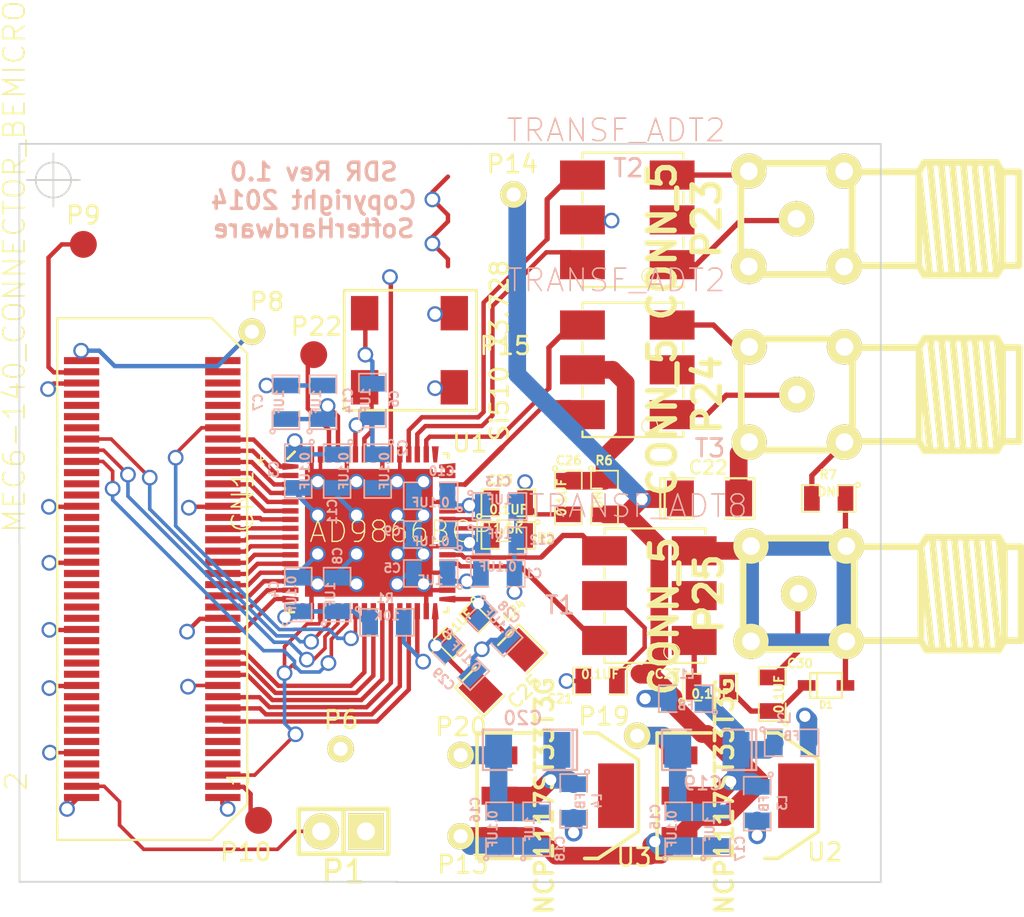
<source format=kicad_pcb>
(kicad_pcb (version 3) (host pcbnew "(2014-06-12 BZR 4942)-product")
  (layers (15 F.Cu signal) (2 Inner2.Cu signal hide) (1 Inner1.Cu signal hide) (0 B.Cu signal) (18 B.Paste user) (19 F.Paste user) (20 B.SilkS user) (21 F.SilkS user) (22 B.Mask user) (23 F.Mask user) (28 Edge.Cuts user))
  (net 0 "")
  (net 1 AVDD_ADC)
  (net 2 AVDD_DAC)
  (net 3 CLKVDD)
  (net 4 DVDD)
  (net 5 GND)
  (net 6 "Net-(C19-Pad1)")
  (net 7 "Net-(C20-Pad1)")
  (net 8 "Net-(C21-Pad1)")
  (net 9 "Net-(C23-Pad1)")
  (net 10 "Net-(C24-Pad1)")
  (net 11 "Net-(C24-Pad2)")
  (net 12 "Net-(C26-Pad1)")
  (net 13 "Net-(C27-Pad1)")
  (net 14 "Net-(C27-Pad2)")
  (net 15 "Net-(C30-Pad2)")
  (net 16 "Net-(CN1-Pad1)")
  (net 17 "Net-(CN1-Pad15)")
  (net 18 "Net-(CN1-Pad17)")
  (net 19 "Net-(CN1-Pad19)")
  (net 20 "Net-(CN1-Pad23)")
  (net 21 "Net-(CN1-Pad25)")
  (net 22 "Net-(CN1-Pad27)")
  (net 23 "Net-(CN1-Pad3)")
  (net 24 "Net-(CN1-Pad31)")
  (net 25 "Net-(CN1-Pad35)")
  (net 26 "Net-(CN1-Pad37)")
  (net 27 "Net-(CN1-Pad39)")
  (net 28 "Net-(CN1-Pad4)")
  (net 29 "Net-(CN1-Pad41)")
  (net 30 "Net-(CN1-Pad43)")
  (net 31 "Net-(CN1-Pad45)")
  (net 32 "Net-(CN1-Pad47)")
  (net 33 "Net-(CN1-Pad49)")
  (net 34 "Net-(CN1-Pad51)")
  (net 35 "Net-(CN1-Pad55)")
  (net 36 "Net-(CN1-Pad57)")
  (net 37 "Net-(CN1-Pad59)")
  (net 38 "Net-(CN1-Pad61)")
  (net 39 "Net-(CN1-Pad63)")
  (net 40 "Net-(CN1-Pad65)")
  (net 41 "Net-(CN1-Pad78)")
  (net 42 "Net-(CN1-Pad79)")
  (net 43 "Net-(D1-Pad1)")
  (net 44 "Net-(P15-Pad3)")
  (net 45 "Net-(P22-Pad1)")
  (net 46 "Net-(P23-Pad1)")
  (net 47 "Net-(P24-Pad1)")
  (net 48 "Net-(R1-Pad2)")
  (net 49 "Net-(R2-Pad2)")
  (net 50 "Net-(T2-Pad4)")
  (net 51 "Net-(T2-Pad6)")
  (net 52 "Net-(T3-Pad4)")
  (net 53 "Net-(T3-Pad6)")
  (net 54 RXN)
  (net 55 RXP)
  (net 56 SCLK)
  (net 57 SDIO)
  (net 58 SDO)
  (net 59 SEN)
  (net 60 VIN)
  (net 61 /CLKOUT1)
  (module AD986:CP_64_3-M (layer F.Cu) (at 120.5 105.5)
    (fp_text reference U1 (at 4.625 -4.5) (layer F.SilkS) (effects (justify left bottom)))
    (fp_text value AD9866BCPZ (at -3.4544 0.635) (layer F.SilkS) (effects (font (size 1.2065 1.2065) (thickness 0.0762)) (justify left bottom)))
    (fp_text user * (at -6.1214 -3.7338) (layer F.SilkS) (effects (font (size 1.2065 1.2065) (thickness 0.0762))))
    (pad 1 smd trapezoid (at -4.445 -3.7592 270) (size 0.3048 0.9144) (rect_delta 0 0.09) (layers F.Cu F.Paste F.Mask) (net 40 "Net-(CN1-Pad65)"))
    (pad 2 smd rect (at -4.445 -3.2512 270) (size 0.3048 0.9144) (layers F.Cu F.Paste F.Mask) (net 39 "Net-(CN1-Pad63)"))
    (pad 3 smd rect (at -4.445 -2.7432 270) (size 0.3048 0.9144) (layers F.Cu F.Paste F.Mask) (net 38 "Net-(CN1-Pad61)"))
    (pad 4 smd rect (at -4.445 -2.2606 270) (size 0.3048 0.9144) (layers F.Cu F.Paste F.Mask) (net 37 "Net-(CN1-Pad59)"))
    (pad 5 smd rect (at -4.445 -1.7526 270) (size 0.3048 0.9144) (layers F.Cu F.Paste F.Mask) (net 36 "Net-(CN1-Pad57)"))
    (pad 6 smd rect (at -4.445 -1.2446 270) (size 0.3048 0.9144) (layers F.Cu F.Paste F.Mask) (net 35 "Net-(CN1-Pad55)"))
    (pad 7 smd rect (at -4.445 -0.762 270) (size 0.3048 0.9144) (layers F.Cu F.Paste F.Mask) (net 34 "Net-(CN1-Pad51)"))
    (pad 8 smd rect (at -4.445 -0.254 270) (size 0.3048 0.9144) (layers F.Cu F.Paste F.Mask) (net 33 "Net-(CN1-Pad49)"))
    (pad 9 smd rect (at -4.445 0.254 270) (size 0.3048 0.9144) (layers F.Cu F.Paste F.Mask) (net 32 "Net-(CN1-Pad47)"))
    (pad 10 smd rect (at -4.445 0.762 270) (size 0.3048 0.9144) (layers F.Cu F.Paste F.Mask) (net 31 "Net-(CN1-Pad45)"))
    (pad 11 smd rect (at -4.445 1.2446 270) (size 0.3048 0.9144) (layers F.Cu F.Paste F.Mask) (net 30 "Net-(CN1-Pad43)"))
    (pad 12 smd rect (at -4.445 1.7526 270) (size 0.3048 0.9144) (layers F.Cu F.Paste F.Mask) (net 29 "Net-(CN1-Pad41)"))
    (pad 13 smd rect (at -4.445 2.2606 270) (size 0.3048 0.9144) (layers F.Cu F.Paste F.Mask) (net 27 "Net-(CN1-Pad39)"))
    (pad 14 smd rect (at -4.445 2.7432 270) (size 0.3048 0.9144) (layers F.Cu F.Paste F.Mask) (net 26 "Net-(CN1-Pad37)"))
    (pad 15 smd rect (at -4.445 3.2512 270) (size 0.3048 0.9144) (layers F.Cu F.Paste F.Mask) (net 25 "Net-(CN1-Pad35)"))
    (pad 16 smd trapezoid (at -4.445 3.7592 270) (size 0.3048 0.9144) (rect_delta 0 0.09) (layers F.Cu F.Paste F.Mask) (net 24 "Net-(CN1-Pad31)"))
    (pad 17 smd trapezoid (at -3.7592 4.445) (size 0.3048 0.9144) (rect_delta 0 0.09) (layers F.Cu F.Paste F.Mask) (net 4 DVDD))
    (pad 18 smd rect (at -3.2512 4.445 180) (size 0.3048 0.9144) (layers F.Cu F.Paste F.Mask) (net 5 GND))
    (pad 19 smd rect (at -2.7432 4.445 180) (size 0.3048 0.9144) (layers F.Cu F.Paste F.Mask) (net 61 /CLKOUT1))
    (pad 20 smd rect (at -2.2606 4.445 180) (size 0.3048 0.9144) (layers F.Cu F.Paste F.Mask) (net 57 SDIO))
    (pad 21 smd rect (at -1.7526 4.445 180) (size 0.3048 0.9144) (layers F.Cu F.Paste F.Mask) (net 58 SDO))
    (pad 22 smd rect (at -1.2446 4.445 180) (size 0.3048 0.9144) (layers F.Cu F.Paste F.Mask) (net 56 SCLK))
    (pad 23 smd rect (at -0.762 4.445 180) (size 0.3048 0.9144) (layers F.Cu F.Paste F.Mask) (net 59 SEN))
    (pad 24 smd rect (at -0.254 4.445 180) (size 0.3048 0.9144) (layers F.Cu F.Paste F.Mask) (net 22 "Net-(CN1-Pad27)"))
    (pad 25 smd rect (at 0.254 4.445 180) (size 0.3048 0.9144) (layers F.Cu F.Paste F.Mask) (net 21 "Net-(CN1-Pad25)"))
    (pad 26 smd rect (at 0.762 4.445 180) (size 0.3048 0.9144) (layers F.Cu F.Paste F.Mask) (net 20 "Net-(CN1-Pad23)"))
    (pad 27 smd rect (at 1.2446 4.445 180) (size 0.3048 0.9144) (layers F.Cu F.Paste F.Mask) (net 19 "Net-(CN1-Pad19)"))
    (pad 28 smd rect (at 1.7526 4.445 180) (size 0.3048 0.9144) (layers F.Cu F.Paste F.Mask) (net 18 "Net-(CN1-Pad17)"))
    (pad 29 smd rect (at 2.2606 4.445 180) (size 0.3048 0.9144) (layers F.Cu F.Paste F.Mask) (net 17 "Net-(CN1-Pad15)"))
    (pad 30 smd rect (at 2.7432 4.445 180) (size 0.3048 0.9144) (layers F.Cu F.Paste F.Mask) (net 48 "Net-(R1-Pad2)"))
    (pad 31 smd rect (at 3.2512 4.445 180) (size 0.3048 0.9144) (layers F.Cu F.Paste F.Mask) (net 5 GND))
    (pad 32 smd trapezoid (at 3.7592 4.445) (size 0.3048 0.9144) (rect_delta 0 0.09) (layers F.Cu F.Paste F.Mask) (net 11 "Net-(C24-Pad2)"))
    (pad 33 smd trapezoid (at 4.445 3.7592 90) (size 0.3048 0.9144) (rect_delta 0 0.09) (layers F.Cu F.Paste F.Mask) (net 10 "Net-(C24-Pad1)"))
    (pad 34 smd rect (at 4.445 3.2512 270) (size 0.3048 0.9144) (layers F.Cu F.Paste F.Mask) (net 5 GND))
    (pad 35 smd rect (at 4.445 2.7432 270) (size 0.3048 0.9144) (layers F.Cu F.Paste F.Mask) (net 1 AVDD_ADC))
    (pad 36 smd rect (at 4.445 2.2606 270) (size 0.3048 0.9144) (layers F.Cu F.Paste F.Mask) (net 5 GND))
    (pad 37 smd rect (at 4.445 1.7526 270) (size 0.3048 0.9144) (layers F.Cu F.Paste F.Mask) (net 54 RXN))
    (pad 38 smd rect (at 4.445 1.2446 270) (size 0.3048 0.9144) (layers F.Cu F.Paste F.Mask) (net 55 RXP))
    (pad 39 smd rect (at 4.445 0.762 270) (size 0.3048 0.9144) (layers F.Cu F.Paste F.Mask) (net 5 GND))
    (pad 40 smd rect (at 4.445 0.254 270) (size 0.3048 0.9144) (layers F.Cu F.Paste F.Mask) (net 1 AVDD_ADC))
    (pad 41 smd rect (at 4.445 -0.254 270) (size 0.3048 0.9144) (layers F.Cu F.Paste F.Mask) (net 49 "Net-(R2-Pad2)"))
    (pad 42 smd rect (at 4.445 -0.762 270) (size 0.3048 0.9144) (layers F.Cu F.Paste F.Mask) (net 9 "Net-(C23-Pad1)"))
    (pad 43 smd rect (at 4.445 -1.2446 270) (size 0.3048 0.9144) (layers F.Cu F.Paste F.Mask) (net 2 AVDD_DAC))
    (pad 44 smd rect (at 4.445 -1.7526 270) (size 0.3048 0.9144) (layers F.Cu F.Paste F.Mask) (net 5 GND))
    (pad 45 smd rect (at 4.445 -2.2606 270) (size 0.3048 0.9144) (layers F.Cu F.Paste F.Mask))
    (pad 46 smd rect (at 4.445 -2.7432 270) (size 0.3048 0.9144) (layers F.Cu F.Paste F.Mask) (net 53 "Net-(T3-Pad6)"))
    (pad 47 smd rect (at 4.445 -3.2512 270) (size 0.3048 0.9144) (layers F.Cu F.Paste F.Mask) (net 5 GND))
    (pad 48 smd trapezoid (at 4.445 -3.7592 90) (size 0.3048 0.9144) (rect_delta 0 0.09) (layers F.Cu F.Paste F.Mask) (net 5 GND))
    (pad 49 smd trapezoid (at 3.7592 -4.445 180) (size 0.3048 0.9144) (rect_delta 0 0.09) (layers F.Cu F.Paste F.Mask))
    (pad 50 smd rect (at 3.2512 -4.445 180) (size 0.3048 0.9144) (layers F.Cu F.Paste F.Mask) (net 52 "Net-(T3-Pad4)"))
    (pad 51 smd rect (at 2.7432 -4.445 180) (size 0.3048 0.9144) (layers F.Cu F.Paste F.Mask) (net 51 "Net-(T2-Pad6)"))
    (pad 52 smd rect (at 2.2606 -4.445 180) (size 0.3048 0.9144) (layers F.Cu F.Paste F.Mask) (net 50 "Net-(T2-Pad4)"))
    (pad 53 smd rect (at 1.7526 -4.445 180) (size 0.3048 0.9144) (layers F.Cu F.Paste F.Mask) (net 5 GND))
    (pad 54 smd rect (at 1.2446 -4.445 180) (size 0.3048 0.9144) (layers F.Cu F.Paste F.Mask) (net 5 GND))
    (pad 55 smd rect (at 0.762 -4.445 180) (size 0.3048 0.9144) (layers F.Cu F.Paste F.Mask) (net 5 GND))
    (pad 56 smd rect (at 0.254 -4.445 180) (size 0.3048 0.9144) (layers F.Cu F.Paste F.Mask))
    (pad 57 smd rect (at -0.254 -4.445 180) (size 0.3048 0.9144) (layers F.Cu F.Paste F.Mask) (net 44 "Net-(P15-Pad3)"))
    (pad 58 smd rect (at -0.762 -4.445 180) (size 0.3048 0.9144) (layers F.Cu F.Paste F.Mask) (net 3 CLKVDD))
    (pad 59 smd rect (at -1.2446 -4.445 180) (size 0.3048 0.9144) (layers F.Cu F.Paste F.Mask) (net 5 GND))
    (pad 60 smd rect (at -1.7526 -4.445 180) (size 0.3048 0.9144) (layers F.Cu F.Paste F.Mask) (net 4 DVDD))
    (pad 61 smd rect (at -2.2606 -4.445 180) (size 0.3048 0.9144) (layers F.Cu F.Paste F.Mask) (net 45 "Net-(P22-Pad1)"))
    (pad 62 smd rect (at -2.7432 -4.445 180) (size 0.3048 0.9144) (layers F.Cu F.Paste F.Mask) (net 5 GND))
    (pad 63 smd rect (at -3.2512 -4.445 180) (size 0.3048 0.9144) (layers F.Cu F.Paste F.Mask) (net 5 GND))
    (pad 64 smd trapezoid (at -3.7592 -4.445 180) (size 0.3048 0.9144) (rect_delta 0 0.09) (layers F.Cu F.Paste F.Mask) (net 4 DVDD))
    (pad 65 smd rect (at 0 0) (size 7.239 7.239) (layers F.Cu F.Paste F.Mask) (net 5 GND))
  )
  (module SMD_Packages:SM0805 (layer B.Cu) (at 127.8 107.8)
    (fp_text reference C1 (at 2.025 0) (layer B.SilkS) (effects (font (size 0.50038 0.50038) (thickness 0.10922)) (justify mirror)))
    (fp_text value 0.1UF (at 0 -0.381) (layer B.SilkS) (effects (font (size 0.50038 0.50038) (thickness 0.10922)) (justify mirror)))
    (pad 1 smd rect (at -0.9525 0) (size 0.889 1.397) (layers B.Cu B.Paste B.Mask) (net 1 AVDD_ADC))
    (pad 2 smd rect (at 0.9525 0) (size 0.889 1.397) (layers B.Cu B.Paste B.Mask) (net 5 GND))
  )
  (module SMD_Packages:SM0805 (layer B.Cu) (at 121 102 270)
    (fp_text reference C2 (at -1.3 -1.425 270) (layer B.SilkS) (effects (font (size 0.50038 0.50038) (thickness 0.10922)) (justify mirror)))
    (fp_text value 0.1UF (at 0 -0.381 270) (layer B.SilkS) (effects (font (size 0.50038 0.50038) (thickness 0.10922)) (justify mirror)))
    (pad 1 smd rect (at -0.9525 0 270) (size 0.889 1.397) (layers B.Cu B.Paste B.Mask) (net 3 CLKVDD))
    (pad 2 smd rect (at 0.9525 0 270) (size 0.889 1.397) (layers B.Cu B.Paste B.Mask) (net 5 GND))
  )
  (module SMD_Packages:SM0805 (layer B.Cu) (at 116.5 102 270)
    (fp_text reference C3 (at -0.1 1.375 270) (layer B.SilkS) (effects (font (size 0.50038 0.50038) (thickness 0.10922)) (justify mirror)))
    (fp_text value 0.1UF (at 0 -0.381 270) (layer B.SilkS) (effects (font (size 0.50038 0.50038) (thickness 0.10922)) (justify mirror)))
    (pad 1 smd rect (at -0.9525 0 270) (size 0.889 1.397) (layers B.Cu B.Paste B.Mask) (net 4 DVDD))
    (pad 2 smd rect (at 0.9525 0 270) (size 0.889 1.397) (layers B.Cu B.Paste B.Mask) (net 5 GND))
  )
  (module SMD_Packages:SM0805 (layer B.Cu) (at 116.5 109 90)
    (fp_text reference C4 (at 0.3 -1.375 90) (layer B.SilkS) (effects (font (size 0.50038 0.50038) (thickness 0.10922)) (justify mirror)))
    (fp_text value 0.1UF (at 0 -0.381 90) (layer B.SilkS) (effects (font (size 0.50038 0.50038) (thickness 0.10922)) (justify mirror)))
    (pad 1 smd rect (at -0.9525 0 90) (size 0.889 1.397) (layers B.Cu B.Paste B.Mask) (net 4 DVDD))
    (pad 2 smd rect (at 0.9525 0 90) (size 0.889 1.397) (layers B.Cu B.Paste B.Mask) (net 5 GND))
  )
  (module SMD_Packages:SM0805 (layer B.Cu) (at 124 107.8 180)
    (fp_text reference C5 (at 2.175 0.3 180) (layer B.SilkS) (effects (font (size 0.50038 0.50038) (thickness 0.10922)) (justify mirror)))
    (fp_text value 1UF (at 0 -0.381 180) (layer B.SilkS) (effects (font (size 0.50038 0.50038) (thickness 0.10922)) (justify mirror)))
    (pad 1 smd rect (at -0.9525 0 180) (size 0.889 1.397) (layers B.Cu B.Paste B.Mask) (net 1 AVDD_ADC))
    (pad 2 smd rect (at 0.9525 0 180) (size 0.889 1.397) (layers B.Cu B.Paste B.Mask) (net 5 GND))
  )
  (module SMD_Packages:SM0805 (layer B.Cu) (at 120.7 98 90)
    (fp_text reference C6 (at 0.1 1.225 90) (layer B.SilkS) (effects (font (size 0.50038 0.50038) (thickness 0.10922)) (justify mirror)))
    (fp_text value 1UF (at 0 -0.381 90) (layer B.SilkS) (effects (font (size 0.50038 0.50038) (thickness 0.10922)) (justify mirror)))
    (pad 1 smd rect (at -0.9525 0 90) (size 0.889 1.397) (layers B.Cu B.Paste B.Mask) (net 3 CLKVDD))
    (pad 2 smd rect (at 0.9525 0 90) (size 0.889 1.397) (layers B.Cu B.Paste B.Mask) (net 5 GND))
  )
  (module SMD_Packages:SM0805 (layer B.Cu) (at 115.8 98.1 90)
    (fp_text reference C7 (at 0 -1.575 90) (layer B.SilkS) (effects (font (size 0.50038 0.50038) (thickness 0.10922)) (justify mirror)))
    (fp_text value 1UF (at 0 -0.381 90) (layer B.SilkS) (effects (font (size 0.50038 0.50038) (thickness 0.10922)) (justify mirror)))
    (pad 1 smd rect (at -0.9525 0 90) (size 0.889 1.397) (layers B.Cu B.Paste B.Mask) (net 4 DVDD))
    (pad 2 smd rect (at 0.9525 0 90) (size 0.889 1.397) (layers B.Cu B.Paste B.Mask) (net 5 GND))
  )
  (module SMD_Packages:SM0805 (layer B.Cu) (at 118.7 109 90)
    (fp_text reference C8 (at 2.2 0.025 90) (layer B.SilkS) (effects (font (size 0.50038 0.50038) (thickness 0.10922)) (justify mirror)))
    (fp_text value 1UF (at 0 -0.381 90) (layer B.SilkS) (effects (font (size 0.50038 0.50038) (thickness 0.10922)) (justify mirror)))
    (pad 1 smd rect (at -0.9525 0 90) (size 0.889 1.397) (layers B.Cu B.Paste B.Mask) (net 4 DVDD))
    (pad 2 smd rect (at 0.9525 0 90) (size 0.889 1.397) (layers B.Cu B.Paste B.Mask) (net 5 GND))
  )
  (module SMD_Packages:SM0805 (layer B.Cu) (at 124 105.6 180)
    (fp_text reference C9 (at 2.175 0.2 180) (layer B.SilkS) (effects (font (size 0.50038 0.50038) (thickness 0.10922)) (justify mirror)))
    (fp_text value 0.1UF (at 0 -0.381 180) (layer B.SilkS) (effects (font (size 0.50038 0.50038) (thickness 0.10922)) (justify mirror)))
    (pad 1 smd rect (at -0.9525 0 180) (size 0.889 1.397) (layers B.Cu B.Paste B.Mask) (net 1 AVDD_ADC))
    (pad 2 smd rect (at 0.9525 0 180) (size 0.889 1.397) (layers B.Cu B.Paste B.Mask) (net 5 GND))
  )
  (module SMD_Packages:SM0805 (layer B.Cu) (at 124 103.4 180)
    (fp_text reference C10 (at -0.625 1.4 180) (layer B.SilkS) (effects (font (size 0.50038 0.50038) (thickness 0.10922)) (justify mirror)))
    (fp_text value 0.1UF (at 0 -0.381 180) (layer B.SilkS) (effects (font (size 0.50038 0.50038) (thickness 0.10922)) (justify mirror)))
    (pad 1 smd rect (at -0.9525 0 180) (size 0.889 1.397) (layers B.Cu B.Paste B.Mask) (net 2 AVDD_DAC))
    (pad 2 smd rect (at 0.9525 0 180) (size 0.889 1.397) (layers B.Cu B.Paste B.Mask) (net 5 GND))
  )
  (module SMD_Packages:SM0805 (layer B.Cu) (at 118.7 102 270)
    (fp_text reference C11 (at 2.3 0.275 270) (layer B.SilkS) (effects (font (size 0.50038 0.50038) (thickness 0.10922)) (justify mirror)))
    (fp_text value 0.1UF (at 0 -0.381 270) (layer B.SilkS) (effects (font (size 0.50038 0.50038) (thickness 0.10922)) (justify mirror)))
    (pad 1 smd rect (at -0.9525 0 270) (size 0.889 1.397) (layers B.Cu B.Paste B.Mask) (net 4 DVDD))
    (pad 2 smd rect (at 0.9525 0 270) (size 0.889 1.397) (layers B.Cu B.Paste B.Mask) (net 5 GND))
  )
  (module SMD_Packages:SM0805 (layer B.Cu) (at 127.9 105.95)
    (fp_text reference C12 (at 2.425 -0.05) (layer B.SilkS) (effects (font (size 0.50038 0.50038) (thickness 0.10922)) (justify mirror)))
    (fp_text value 1UF (at 0 -0.381) (layer B.SilkS) (effects (font (size 0.50038 0.50038) (thickness 0.10922)) (justify mirror)))
    (pad 1 smd rect (at -0.9525 0) (size 0.889 1.397) (layers B.Cu B.Paste B.Mask) (net 1 AVDD_ADC))
    (pad 2 smd rect (at 0.9525 0) (size 0.889 1.397) (layers B.Cu B.Paste B.Mask) (net 5 GND))
  )
  (module SMD_Packages:SM0805 (layer B.Cu) (at 127.9 104)
    (fp_text reference C13 (at -0.075 -1.4) (layer B.SilkS) (effects (font (size 0.50038 0.50038) (thickness 0.10922)) (justify mirror)))
    (fp_text value 1UF (at 0 -0.381) (layer B.SilkS) (effects (font (size 0.50038 0.50038) (thickness 0.10922)) (justify mirror)))
    (pad 1 smd rect (at -0.9525 0) (size 0.889 1.397) (layers B.Cu B.Paste B.Mask) (net 2 AVDD_DAC))
    (pad 2 smd rect (at 0.9525 0) (size 0.889 1.397) (layers B.Cu B.Paste B.Mask) (net 5 GND))
  )
  (module SMD_Packages:SM0805 (layer B.Cu) (at 117.9 98.1 90)
    (fp_text reference C14 (at 0.1 1.425 90) (layer B.SilkS) (effects (font (size 0.50038 0.50038) (thickness 0.10922)) (justify mirror)))
    (fp_text value 1UF (at 0 -0.381 90) (layer B.SilkS) (effects (font (size 0.50038 0.50038) (thickness 0.10922)) (justify mirror)))
    (pad 1 smd rect (at -0.9525 0 90) (size 0.889 1.397) (layers B.Cu B.Paste B.Mask) (net 4 DVDD))
    (pad 2 smd rect (at 0.9525 0 90) (size 0.889 1.397) (layers B.Cu B.Paste B.Mask) (net 5 GND))
  )
  (module SMD_Packages:SM0805 (layer B.Cu) (at 138.05 122.3 90)
    (fp_text reference C15 (at 0.7 -1.325 90) (layer B.SilkS) (effects (font (size 0.50038 0.50038) (thickness 0.10922)) (justify mirror)))
    (fp_text value 0.1UF (at 0 -0.381 90) (layer B.SilkS) (effects (font (size 0.50038 0.50038) (thickness 0.10922)) (justify mirror)))
    (pad 1 smd rect (at -0.9525 0 90) (size 0.889 1.397) (layers B.Cu B.Paste B.Mask) (net 60 VIN))
    (pad 2 smd rect (at 0.9525 0 90) (size 0.889 1.397) (layers B.Cu B.Paste B.Mask) (net 5 GND))
  )
  (module SMD_Packages:SM0805 (layer B.Cu) (at 127.9 122.3 90)
    (fp_text reference C16 (at 1.1 -1.375 90) (layer B.SilkS) (effects (font (size 0.50038 0.50038) (thickness 0.10922)) (justify mirror)))
    (fp_text value 0.1UF (at 0 -0.381 90) (layer B.SilkS) (effects (font (size 0.50038 0.50038) (thickness 0.10922)) (justify mirror)))
    (pad 1 smd rect (at -0.9525 0 90) (size 0.889 1.397) (layers B.Cu B.Paste B.Mask) (net 60 VIN))
    (pad 2 smd rect (at 0.9525 0 90) (size 0.889 1.397) (layers B.Cu B.Paste B.Mask) (net 5 GND))
  )
  (module SMD_Packages:SM0805 (layer B.Cu) (at 140.2 122.3 90)
    (fp_text reference C17 (at -1.1 1.325 90) (layer B.SilkS) (effects (font (size 0.50038 0.50038) (thickness 0.10922)) (justify mirror)))
    (fp_text value 1UF (at 0 -0.381 90) (layer B.SilkS) (effects (font (size 0.50038 0.50038) (thickness 0.10922)) (justify mirror)))
    (pad 1 smd rect (at -0.9525 0 90) (size 0.889 1.397) (layers B.Cu B.Paste B.Mask) (net 60 VIN))
    (pad 2 smd rect (at 0.9525 0 90) (size 0.889 1.397) (layers B.Cu B.Paste B.Mask) (net 5 GND))
  )
  (module SMD_Packages:SM0805 (layer B.Cu) (at 130 122.3 90)
    (fp_text reference C18 (at -1.1 1.325 90) (layer B.SilkS) (effects (font (size 0.50038 0.50038) (thickness 0.10922)) (justify mirror)))
    (fp_text value 1UF (at 0 -0.381 90) (layer B.SilkS) (effects (font (size 0.50038 0.50038) (thickness 0.10922)) (justify mirror)))
    (pad 1 smd rect (at -0.9525 0 90) (size 0.889 1.397) (layers B.Cu B.Paste B.Mask) (net 60 VIN))
    (pad 2 smd rect (at 0.9525 0 90) (size 0.889 1.397) (layers B.Cu B.Paste B.Mask) (net 5 GND))
  )
  (module SMD_Packages:SM1206POL (layer B.Cu) (at 139.65 117.8 180)
    (fp_text reference C19 (at 0.225 -1.9 180) (layer B.SilkS) (effects (font (size 0.762 0.762) (thickness 0.127)) (justify mirror)))
    (fp_text value 10UF hide)
    (pad 1 smd rect (at -1.651 0 180) (size 1.524 2.032) (layers B.Cu B.Paste B.Mask) (net 6 "Net-(C19-Pad1)"))
    (pad 2 smd rect (at 1.651 0 180) (size 1.524 2.032) (layers B.Cu B.Paste B.Mask) (net 5 GND))
  )
  (module SMD_Packages:SM1206POL (layer B.Cu) (at 129.5 117.8 180)
    (fp_text reference C20 (at 0.275 1.8 180) (layer B.SilkS) (effects (font (size 0.762 0.762) (thickness 0.127)) (justify mirror)))
    (fp_text value 10UF hide)
    (pad 1 smd rect (at -1.651 0 180) (size 1.524 2.032) (layers B.Cu B.Paste B.Mask) (net 7 "Net-(C20-Pad1)"))
    (pad 2 smd rect (at 1.651 0 180) (size 1.524 2.032) (layers B.Cu B.Paste B.Mask) (net 5 GND))
  )
  (module SMD_Packages:SM0805 (layer F.Cu) (at 133.6 113.9 180)
    (fp_text reference C21 (at 2.275 -1 180) (layer F.SilkS) (effects (font (size 0.50038 0.50038) (thickness 0.10922))))
    (fp_text value 0.1UF (at 0 0.381 180) (layer F.SilkS) (effects (font (size 0.50038 0.50038) (thickness 0.10922))))
    (pad 1 smd rect (at -0.9525 0 180) (size 0.889 1.397) (layers F.Cu F.Paste F.Mask) (net 8 "Net-(C21-Pad1)"))
    (pad 2 smd rect (at 0.9525 0 180) (size 0.889 1.397) (layers F.Cu F.Paste F.Mask) (net 5 GND))
  )
  (module SMD_Packages:SM1206POL (layer F.Cu) (at 139.8 103.55)
    (fp_text reference C22 (at -0.075 -1.75) (layer F.SilkS) (effects (font (size 0.762 0.762) (thickness 0.127))))
    (fp_text value 10UF hide)
    (pad 1 smd rect (at -1.651 0) (size 1.524 2.032) (layers F.Cu F.Paste F.Mask) (net 60 VIN))
    (pad 2 smd rect (at 1.651 0) (size 1.524 2.032) (layers F.Cu F.Paste F.Mask) (net 5 GND))
  )
  (module SMD_Packages:SM0805 (layer F.Cu) (at 128.4 103.8)
    (fp_text reference C23 (at -0.475 -1.3) (layer F.SilkS) (effects (font (size 0.50038 0.50038) (thickness 0.10922))))
    (fp_text value 0.1UF (at 0 0.381) (layer F.SilkS) (effects (font (size 0.50038 0.50038) (thickness 0.10922))))
    (pad 1 smd rect (at -0.9525 0) (size 0.889 1.397) (layers F.Cu F.Paste F.Mask) (net 9 "Net-(C23-Pad1)"))
    (pad 2 smd rect (at 0.9525 0) (size 0.889 1.397) (layers F.Cu F.Paste F.Mask) (net 5 GND))
  )
  (module SMD_Packages:SM0805 (layer F.Cu) (at 125.8 111 225)
    (fp_text reference C24 (at -2.846105 -1.29047 225) (layer F.SilkS) (effects (font (size 0.50038 0.50038) (thickness 0.10922))))
    (fp_text value 0.1UF (at 0 0.381 225) (layer F.SilkS) (effects (font (size 0.50038 0.50038) (thickness 0.10922))))
    (pad 1 smd rect (at -0.9525 0 225) (size 0.889 1.397) (layers F.Cu F.Paste F.Mask) (net 10 "Net-(C24-Pad1)"))
    (pad 2 smd rect (at 0.9525 0 225) (size 0.889 1.397) (layers F.Cu F.Paste F.Mask) (net 11 "Net-(C24-Pad2)"))
  )
  (module SMD_Packages:SM1206 (layer F.Cu) (at 128 113.3 225)
    (fp_text reference C25 (at -0.088388 -1.785445 225) (layer F.SilkS) (effects (font (size 0.762 0.762) (thickness 0.127))))
    (fp_text value 10UF hide)
    (pad 1 smd rect (at -1.651 0 225) (size 1.524 2.032) (layers F.Cu F.Paste F.Mask) (net 10 "Net-(C24-Pad1)"))
    (pad 2 smd rect (at 1.651 0 225) (size 1.524 2.032) (layers F.Cu F.Paste F.Mask) (net 11 "Net-(C24-Pad2)"))
  )
  (module SMD_Packages:SM0805 (layer F.Cu) (at 131.8 103.5 270)
    (fp_text reference C26 (at -2.1 -0.025 360) (layer F.SilkS) (effects (font (size 0.50038 0.50038) (thickness 0.10922))))
    (fp_text value 0.1UF (at 0 0.381 270) (layer F.SilkS) (effects (font (size 0.50038 0.50038) (thickness 0.10922))))
    (pad 1 smd rect (at -0.9525 0 270) (size 0.889 1.397) (layers F.Cu F.Paste F.Mask) (net 12 "Net-(C26-Pad1)"))
    (pad 2 smd rect (at 0.9525 0 270) (size 0.889 1.397) (layers F.Cu F.Paste F.Mask) (net 5 GND))
  )
  (module SMD_Packages:SM0805 (layer F.Cu) (at 139.85 114.25)
    (fp_text reference C27 (at -2.425 -0.75) (layer F.SilkS) (effects (font (size 0.50038 0.50038) (thickness 0.10922))))
    (fp_text value 0.1UF (at 0 0.381) (layer F.SilkS) (effects (font (size 0.50038 0.50038) (thickness 0.10922))))
    (pad 1 smd rect (at -0.9525 0) (size 0.889 1.397) (layers F.Cu F.Paste F.Mask) (net 13 "Net-(C27-Pad1)"))
    (pad 2 smd rect (at 0.9525 0) (size 0.889 1.397) (layers F.Cu F.Paste F.Mask) (net 14 "Net-(C27-Pad2)"))
  )
  (module SMD_Packages:SM0805 (layer B.Cu) (at 127.6 110.9 315)
    (fp_text reference C28 (at -0.053033 -1.219759 315) (layer B.SilkS) (effects (font (size 0.50038 0.50038) (thickness 0.10922)) (justify mirror)))
    (fp_text value 0.1UF (at 0 -0.381 315) (layer B.SilkS) (effects (font (size 0.50038 0.50038) (thickness 0.10922)) (justify mirror)))
    (pad 1 smd rect (at -0.9525 0 315) (size 0.889 1.397) (layers B.Cu B.Paste B.Mask) (net 10 "Net-(C24-Pad1)"))
    (pad 2 smd rect (at 0.9525 0 315) (size 0.889 1.397) (layers B.Cu B.Paste B.Mask) (net 5 GND))
  )
  (module SMD_Packages:SM0805 (layer B.Cu) (at 125.7 112.8 315)
    (fp_text reference C29 (at 0.017678 1.396536 315) (layer B.SilkS) (effects (font (size 0.50038 0.50038) (thickness 0.10922)) (justify mirror)))
    (fp_text value 0.1UF (at 0 -0.381 315) (layer B.SilkS) (effects (font (size 0.50038 0.50038) (thickness 0.10922)) (justify mirror)))
    (pad 1 smd rect (at -0.9525 0 315) (size 0.889 1.397) (layers B.Cu B.Paste B.Mask) (net 11 "Net-(C24-Pad2)"))
    (pad 2 smd rect (at 0.9525 0 315) (size 0.889 1.397) (layers B.Cu B.Paste B.Mask) (net 5 GND))
  )
  (module SMD_Packages:SM0805 (layer F.Cu) (at 143.35 114.65 90)
    (fp_text reference C30 (at 1.75 1.575 360) (layer F.SilkS) (effects (font (size 0.50038 0.50038) (thickness 0.10922))))
    (fp_text value 0.1UF (at 0 0.381 90) (layer F.SilkS) (effects (font (size 0.50038 0.50038) (thickness 0.10922))))
    (pad 1 smd rect (at -0.9525 0 90) (size 0.889 1.397) (layers F.Cu F.Paste F.Mask) (net 14 "Net-(C27-Pad2)"))
    (pad 2 smd rect (at 0.9525 0 90) (size 0.889 1.397) (layers F.Cu F.Paste F.Mask) (net 15 "Net-(C30-Pad2)"))
  )
  (module SOD:SOD323 (layer F.Cu) (at 146.4 114.15 180)
    (fp_text reference D1 (at 0 -1.09982 180) (layer F.SilkS) (effects (font (size 0.39878 0.39878) (thickness 0.09906))))
    (fp_text value CDSOD323 hide)
    (pad 2 smd rect (at 1.09982 0 180) (size 1.00076 0.59944) (layers F.Cu F.Paste F.Mask) (net 14 "Net-(C27-Pad2)"))
    (pad 1 smd rect (at -1.09982 0 180) (size 1.00076 0.59944) (layers F.Cu F.Paste F.Mask) (net 43 "Net-(D1-Pad1)"))
  )
  (module SMD_Packages:SM0805 (layer B.Cu) (at 138.45 114.9 180)
    (fp_text reference L1 (at -0.075 1.4 180) (layer B.SilkS) (effects (font (size 0.50038 0.50038) (thickness 0.10922)) (justify mirror)))
    (fp_text value FB (at 0 -0.381 180) (layer B.SilkS) (effects (font (size 0.50038 0.50038) (thickness 0.10922)) (justify mirror)))
    (pad 1 smd rect (at -0.9525 0 180) (size 0.889 1.397) (layers B.Cu B.Paste B.Mask) (net 6 "Net-(C19-Pad1)"))
    (pad 2 smd rect (at 0.9525 0 180) (size 0.889 1.397) (layers B.Cu B.Paste B.Mask) (net 1 AVDD_ADC))
  )
  (module SMD_Packages:SM0805 (layer B.Cu) (at 144.45 117.4)
    (fp_text reference L2 (at -0.425 -1.4) (layer B.SilkS) (effects (font (size 0.50038 0.50038) (thickness 0.10922)) (justify mirror)))
    (fp_text value FB (at 0 -0.381) (layer B.SilkS) (effects (font (size 0.50038 0.50038) (thickness 0.10922)) (justify mirror)))
    (pad 1 smd rect (at -0.9525 0) (size 0.889 1.397) (layers B.Cu B.Paste B.Mask) (net 6 "Net-(C19-Pad1)"))
    (pad 2 smd rect (at 0.9525 0) (size 0.889 1.397) (layers B.Cu B.Paste B.Mask) (net 2 AVDD_DAC))
  )
  (module SMD_Packages:SM0805 (layer B.Cu) (at 142.5 120.85 270)
    (fp_text reference L3 (at -0.05 -1.425 270) (layer B.SilkS) (effects (font (size 0.50038 0.50038) (thickness 0.10922)) (justify mirror)))
    (fp_text value FB (at 0 -0.381 270) (layer B.SilkS) (effects (font (size 0.50038 0.50038) (thickness 0.10922)) (justify mirror)))
    (pad 1 smd rect (at -0.9525 0 270) (size 0.889 1.397) (layers B.Cu B.Paste B.Mask) (net 6 "Net-(C19-Pad1)"))
    (pad 2 smd rect (at 0.9525 0 270) (size 0.889 1.397) (layers B.Cu B.Paste B.Mask) (net 3 CLKVDD))
  )
  (module SMD_Packages:SM0805 (layer B.Cu) (at 132.1 120.7 270)
    (fp_text reference L4 (at 0 -1.325 270) (layer B.SilkS) (effects (font (size 0.50038 0.50038) (thickness 0.10922)) (justify mirror)))
    (fp_text value FB (at 0 -0.381 270) (layer B.SilkS) (effects (font (size 0.50038 0.50038) (thickness 0.10922)) (justify mirror)))
    (pad 1 smd rect (at -0.9525 0 270) (size 0.889 1.397) (layers B.Cu B.Paste B.Mask) (net 7 "Net-(C20-Pad1)"))
    (pad 2 smd rect (at 0.9525 0 270) (size 0.889 1.397) (layers B.Cu B.Paste B.Mask) (net 4 DVDD))
  )
  (module SILABS:Si510 (layer F.Cu) (at 122.8 95.15 270)
    (fp_text reference P15 (at -0.25 -5.425 360) (layer F.SilkS))
    (fp_text value "Si510 73.728" (at 0.02 -5.1 270) (layer F.SilkS))
    (pad 1 smd rect (at -2.1 -2.54 270) (size 1.95 1.55) (layers F.Cu F.Paste F.Mask) (net 5 GND))
    (pad 2 smd rect (at -2.1 2.54 270) (size 1.95 1.55) (layers F.Cu F.Paste F.Mask) (net 5 GND))
    (pad 3 smd rect (at 2.1 2.54 270) (size 1.95 1.55) (layers F.Cu F.Paste F.Mask) (net 44 "Net-(P15-Pad3)"))
    (pad 4 smd rect (at 2.1 -2.54 270) (size 1.95 1.55) (layers F.Cu F.Paste F.Mask) (net 3 CLKVDD))
  )
  (module SMD_Packages:SM0805 (layer B.Cu) (at 121.525 110.575)
    (fp_text reference R1 (at -0.1 -1.375) (layer B.SilkS) (effects (font (size 0.50038 0.50038) (thickness 0.10922)) (justify mirror)))
    (fp_text value 10K (at 0 -0.381) (layer B.SilkS) (effects (font (size 0.50038 0.50038) (thickness 0.10922)) (justify mirror)))
    (pad 1 smd rect (at -0.9525 0) (size 0.889 1.397) (layers B.Cu B.Paste B.Mask) (net 4 DVDD))
    (pad 2 smd rect (at 0.9525 0) (size 0.889 1.397) (layers B.Cu B.Paste B.Mask) (net 48 "Net-(R1-Pad2)"))
  )
  (module SMD_Packages:SM0805 (layer F.Cu) (at 128.4 105.65 180)
    (fp_text reference R2 (at -2.125 -0.15 180) (layer F.SilkS) (effects (font (size 0.50038 0.50038) (thickness 0.10922))))
    (fp_text value 1.6K (at 0 0.381 180) (layer F.SilkS) (effects (font (size 0.50038 0.50038) (thickness 0.10922))))
    (pad 1 smd rect (at -0.9525 0 180) (size 0.889 1.397) (layers F.Cu F.Paste F.Mask) (net 5 GND))
    (pad 2 smd rect (at 0.9525 0 180) (size 0.889 1.397) (layers F.Cu F.Paste F.Mask) (net 49 "Net-(R2-Pad2)"))
  )
  (module SMD_Packages:SM0805 (layer F.Cu) (at 133.85 103.5 270)
    (fp_text reference R6 (at -2.1 0.025 360) (layer F.SilkS) (effects (font (size 0.50038 0.50038) (thickness 0.10922))))
    (fp_text value DNI (at 0 0.381 270) (layer F.SilkS) (effects (font (size 0.50038 0.50038) (thickness 0.10922))))
    (pad 1 smd rect (at -0.9525 0 270) (size 0.889 1.397) (layers F.Cu F.Paste F.Mask) (net 12 "Net-(C26-Pad1)"))
    (pad 2 smd rect (at 0.9525 0 270) (size 0.889 1.397) (layers F.Cu F.Paste F.Mask) (net 60 VIN))
  )
  (module MINICKTS:minicircuits-CD542 (layer F.Cu) (at 138.95 90.3 90)
    (fp_text reference T2 (at 5.478 -3.755 180) (layer B.SilkS))
    (fp_text value TRANSF_ADT2 (at 7.62 -4.445 180) (layer B.SilkS) (effects (font (size 1.27 1.27) (thickness 0.0889))))
    (pad 1 smd rect (at 0 -1.27 90) (size 1.651 2.54) (layers F.Cu F.Paste F.Mask) (net 46 "Net-(P23-Pad1)"))
    (pad 2 smd rect (at 2.54 -1.27 90) (size 1.651 2.54) (layers F.Cu F.Paste F.Mask))
    (pad 3 smd rect (at 5.08 -1.27 90) (size 1.651 2.54) (layers F.Cu F.Paste F.Mask) (net 5 GND))
    (pad 4 smd rect (at 5.08 -6.35 90) (size 1.651 2.54) (layers F.Cu F.Paste F.Mask) (net 50 "Net-(T2-Pad4)"))
    (pad 5 smd rect (at 2.54 -6.35 90) (size 1.651 2.54) (layers F.Cu F.Paste F.Mask) (net 5 GND))
    (pad 6 smd rect (at 0 -6.35 90) (size 1.651 2.54) (layers F.Cu F.Paste F.Mask) (net 51 "Net-(T2-Pad6)"))
  )
  (module MINICKTS:minicircuits-CD542 (layer F.Cu) (at 138.95 98.8 90)
    (fp_text reference T3 (at -1.9 0.875 180) (layer B.SilkS))
    (fp_text value TRANSF_ADT2 (at 7.62 -4.445 180) (layer B.SilkS) (effects (font (size 1.27 1.27) (thickness 0.0889))))
    (pad 1 smd rect (at 0 -1.27 90) (size 1.651 2.54) (layers F.Cu F.Paste F.Mask) (net 47 "Net-(P24-Pad1)"))
    (pad 2 smd rect (at 2.54 -1.27 90) (size 1.651 2.54) (layers F.Cu F.Paste F.Mask))
    (pad 3 smd rect (at 5.08 -1.27 90) (size 1.651 2.54) (layers F.Cu F.Paste F.Mask) (net 5 GND))
    (pad 4 smd rect (at 5.08 -6.35 90) (size 1.651 2.54) (layers F.Cu F.Paste F.Mask) (net 52 "Net-(T3-Pad4)"))
    (pad 5 smd rect (at 2.54 -6.35 90) (size 1.651 2.54) (layers F.Cu F.Paste F.Mask) (net 12 "Net-(C26-Pad1)"))
    (pad 6 smd rect (at 0 -6.35 90) (size 1.651 2.54) (layers F.Cu F.Paste F.Mask) (net 53 "Net-(T3-Pad6)"))
  )
  (module SMD_Packages:SOT223 (layer F.Cu) (at 141.4 120.4 270)
    (fp_text reference U2 (at 3.2 -4.925 360) (layer F.SilkS))
    (fp_text value NCP1117ST33T3G (at 0 0.762 270) (layer F.SilkS) (effects (font (size 1.016 1.016) (thickness 0.2032))))
    (pad 4 smd rect (at 0 -3.302 270) (size 3.6576 2.032) (layers F.Cu F.Paste F.Mask))
    (pad 2 smd rect (at 0 3.302 270) (size 1.016 2.032) (layers F.Cu F.Paste F.Mask) (net 6 "Net-(C19-Pad1)"))
    (pad 3 smd rect (at 2.286 3.302 270) (size 1.016 2.032) (layers F.Cu F.Paste F.Mask) (net 60 VIN))
    (pad 1 smd rect (at -2.286 3.302 270) (size 1.016 2.032) (layers F.Cu F.Paste F.Mask) (net 5 GND))
  )
  (module SMD_Packages:SOT223 (layer F.Cu) (at 131.2 120.4 270)
    (fp_text reference U3 (at 3.5 -4.325 360) (layer F.SilkS))
    (fp_text value NCP1117ST33T3G (at 0 0.762 270) (layer F.SilkS) (effects (font (size 1.016 1.016) (thickness 0.2032))))
    (pad 4 smd rect (at 0 -3.302 270) (size 3.6576 2.032) (layers F.Cu F.Paste F.Mask))
    (pad 2 smd rect (at 0 3.302 270) (size 1.016 2.032) (layers F.Cu F.Paste F.Mask) (net 7 "Net-(C20-Pad1)"))
    (pad 3 smd rect (at 2.286 3.302 270) (size 1.016 2.032) (layers F.Cu F.Paste F.Mask) (net 60 VIN))
    (pad 1 smd rect (at -2.286 3.302 270) (size 1.016 2.032) (layers F.Cu F.Paste F.Mask) (net 5 GND))
  )
  (module SMD_Packages:SM0805 (layer F.Cu) (at 146.55 103.55 180)
    (fp_text reference R7 (at 0.025 1.35 180) (layer F.SilkS) (effects (font (size 0.50038 0.50038) (thickness 0.10922))))
    (fp_text value DNI (at 0 0.381 180) (layer F.SilkS) (effects (font (size 0.50038 0.50038) (thickness 0.10922))))
    (pad 1 smd rect (at -0.9525 0 180) (size 0.889 1.397) (layers F.Cu F.Paste F.Mask) (net 43 "Net-(D1-Pad1)"))
    (pad 2 smd rect (at 0.9525 0 180) (size 0.889 1.397) (layers F.Cu F.Paste F.Mask) (net 5 GND))
  )
  (module Measurement_Points:Measurement_Point_Round-TH_Small (layer F.Cu) (at 113.875 94.1)
    (fp_text reference P8 (at 0.85 -1.7) (layer F.SilkS))
    (fp_text value CONN_1 hide)
    (pad 1 thru_hole circle (at 0 0) (size 1.50114 1.50114) (drill 0.8001) (layers *.Cu *.Mask F.SilkS) (net 42 "Net-(CN1-Pad79)"))
  )
  (module Measurement_Points:Measurement_Point_Round-SMD-Pad_Small (layer F.Cu) (at 104.325 89.15)
    (fp_text reference P9 (at 0 -1.65) (layer F.SilkS))
    (fp_text value CONN_1 hide)
    (pad 1 smd circle (at 0 0) (size 1.524 1.524) (layers F.Cu F.Paste F.Mask) (net 41 "Net-(CN1-Pad78)"))
  )
  (module Measurement_Points:Measurement_Point_Round-SMD-Pad_Small (layer F.Cu) (at 114.25 121.8)
    (fp_text reference P10 (at -0.725 1.8) (layer F.SilkS))
    (fp_text value CONN_1 hide)
    (pad 1 smd circle (at 0 0) (size 1.524 1.524) (layers F.Cu F.Paste F.Mask) (net 23 "Net-(CN1-Pad3)"))
  )
  (module Measurement_Points:Measurement_Point_Round-TH_Small (layer F.Cu) (at 125.7 122.7)
    (fp_text reference P13 (at 0.125 1.6) (layer F.SilkS))
    (fp_text value CONN_1 hide)
    (pad 1 thru_hole circle (at 0 0) (size 1.50114 1.50114) (drill 0.8001) (layers *.Cu *.Mask F.SilkS) (net 60 VIN))
  )
  (module Measurement_Points:Measurement_Point_Round-TH_Small (layer F.Cu) (at 125.7 118.1)
    (fp_text reference P20 (at 0.025 -1.6) (layer F.SilkS))
    (fp_text value CONN_1 hide)
    (pad 1 thru_hole circle (at 0 0) (size 1.50114 1.50114) (drill 0.8001) (layers *.Cu *.Mask F.SilkS) (net 5 GND))
  )
  (module Measurement_Points:Measurement_Point_Round-SMD-Pad_Small (layer F.Cu) (at 117.375 95.4)
    (fp_text reference P22 (at 0.15 -1.6) (layer F.SilkS))
    (fp_text value CONN_1 hide)
    (pad 1 smd circle (at 0 0) (size 1.524 1.524) (layers F.Cu F.Paste F.Mask) (net 45 "Net-(P22-Pad1)"))
  )
  (module Measurement_Points:Measurement_Point_Round-TH_Small (layer F.Cu) (at 118.9 117.75)
    (fp_text reference P6 (at 0.025 -1.65) (layer F.SilkS))
    (fp_text value CONN_1 hide)
    (pad 1 thru_hole circle (at 0 0) (size 1.50114 1.50114) (drill 0.8001) (layers *.Cu *.Mask F.SilkS) (net 16 "Net-(CN1-Pad1)"))
  )
  (module Measurement_Points:Measurement_Point_Round-TH_Small (layer F.Cu) (at 128.7 86.325)
    (fp_text reference P14 (at -0.075 -1.725) (layer F.SilkS))
    (fp_text value CONN_1 hide)
    (pad 1 thru_hole circle (at 0 0) (size 1.50114 1.50114) (drill 0.8001) (layers *.Cu *.Mask F.SilkS) (net 60 VIN))
  )
  (module Measurement_Points:Measurement_Point_Round-TH_Small (layer F.Cu) (at 135.7 117)
    (fp_text reference P19 (at -1.875 -1.1) (layer F.SilkS))
    (fp_text value CONN_1 hide)
    (pad 1 thru_hole circle (at 0 0) (size 1.50114 1.50114) (drill 0.8001) (layers *.Cu *.Mask F.SilkS) (net 5 GND))
  )
  (module MINICKTS:minicircuits-CD542 (layer F.Cu) (at 140.2 111.6 90)
    (fp_text reference T1 (at 2 -8.875 180) (layer B.SilkS))
    (fp_text value TRANSF_ADT8 (at 7.62 -4.445 180) (layer B.SilkS) (effects (font (size 1.27 1.27) (thickness 0.0889))))
    (pad 1 smd rect (at 0 -1.27 90) (size 1.651 2.54) (layers F.Cu F.Paste F.Mask) (net 13 "Net-(C27-Pad1)"))
    (pad 2 smd rect (at 2.54 -1.27 90) (size 1.651 2.54) (layers F.Cu F.Paste F.Mask))
    (pad 3 smd rect (at 5.08 -1.27 90) (size 1.651 2.54) (layers F.Cu F.Paste F.Mask) (net 43 "Net-(D1-Pad1)"))
    (pad 4 smd rect (at 5.08 -6.35 90) (size 1.651 2.54) (layers F.Cu F.Paste F.Mask) (net 55 RXP))
    (pad 5 smd rect (at 2.54 -6.35 90) (size 1.651 2.54) (layers F.Cu F.Paste F.Mask) (net 8 "Net-(C21-Pad1)"))
    (pad 6 smd rect (at 0 -6.35 90) (size 1.651 2.54) (layers F.Cu F.Paste F.Mask) (net 54 RXN))
  )
  (module BEMICRO:MEC6-140-02-X-D-RAX (layer F.Cu) (at 108.225 108.12 270)
    (fp_text reference CN1 (at -2.54 -5.842 270) (layer F.SilkS) (effects (font (size 1.2065 1.2065) (thickness 0.1016)) (justify left bottom)))
    (fp_text value MEC6-140_CONNECTOR_BEMICRO (at -2.54 7.112 270) (layer F.SilkS) (effects (font (size 1.2065 1.2065) (thickness 0.1016)) (justify left bottom)))
    (fp_text user 1 (at 11.9 -5.6 270) (layer F.SilkS) (effects (font (size 1.2065 1.2065) (thickness 0.1016)) (justify left bottom)))
    (fp_text user 2 (at 12.1 7 270) (layer F.SilkS) (effects (font (size 1.2065 1.2065) (thickness 0.1016)) (justify left bottom)))
    (pad 80 smd rect (at -12.3825 4 270) (size 0.4 2) (layers F.Cu F.Paste F.Mask) (net 42 "Net-(CN1-Pad79)"))
    (pad 79 smd rect (at -12.3825 -4 270) (size 0.4 2) (layers F.Cu F.Paste F.Mask) (net 42 "Net-(CN1-Pad79)"))
    (pad 78 smd rect (at -11.7475 4 270) (size 0.4 2) (layers F.Cu F.Paste F.Mask) (net 41 "Net-(CN1-Pad78)"))
    (pad 77 smd rect (at -11.7475 -4 270) (size 0.4 2) (layers F.Cu F.Paste F.Mask))
    (pad 76 smd rect (at -11.1125 4 270) (size 0.4 2) (layers F.Cu F.Paste F.Mask) (net 5 GND))
    (pad 75 smd rect (at -11.1125 -4 270) (size 0.4 2) (layers F.Cu F.Paste F.Mask))
    (pad 74 smd rect (at -10.4775 4 270) (size 0.4 2) (layers F.Cu F.Paste F.Mask))
    (pad 73 smd rect (at -10.4775 -4 270) (size 0.4 2) (layers F.Cu F.Paste F.Mask))
    (pad 72 smd rect (at -9.8425 4 270) (size 0.4 2) (layers F.Cu F.Paste F.Mask))
    (pad 71 smd rect (at -9.8425 -4 270) (size 0.4 2) (layers F.Cu F.Paste F.Mask))
    (pad 70 smd rect (at -9.2075 4 270) (size 0.4 2) (layers F.Cu F.Paste F.Mask))
    (pad 69 smd rect (at -9.2075 -4 270) (size 0.4 2) (layers F.Cu F.Paste F.Mask))
    (pad 68 smd rect (at -8.5725 4 270) (size 0.4 2) (layers F.Cu F.Paste F.Mask))
    (pad 67 smd rect (at -8.5725 -4 270) (size 0.4 2) (layers F.Cu F.Paste F.Mask) (net 59 SEN))
    (pad 66 smd rect (at -7.9375 4 270) (size 0.4 2) (layers F.Cu F.Paste F.Mask) (net 57 SDIO))
    (pad 65 smd rect (at -7.9375 -4 270) (size 0.4 2) (layers F.Cu F.Paste F.Mask) (net 40 "Net-(CN1-Pad65)"))
    (pad 64 smd rect (at -7.3025 4 270) (size 0.4 2) (layers F.Cu F.Paste F.Mask) (net 58 SDO))
    (pad 63 smd rect (at -7.3025 -4 270) (size 0.4 2) (layers F.Cu F.Paste F.Mask) (net 39 "Net-(CN1-Pad63)"))
    (pad 62 smd rect (at -6.6675 4 270) (size 0.4 2) (layers F.Cu F.Paste F.Mask) (net 56 SCLK))
    (pad 61 smd rect (at -6.6675 -4 270) (size 0.4 2) (layers F.Cu F.Paste F.Mask) (net 38 "Net-(CN1-Pad61)"))
    (pad 60 smd rect (at -6.0325 4 270) (size 0.4 2) (layers F.Cu F.Paste F.Mask))
    (pad 59 smd rect (at -6.0325 -4 270) (size 0.4 2) (layers F.Cu F.Paste F.Mask) (net 37 "Net-(CN1-Pad59)"))
    (pad 58 smd rect (at -5.3975 4 270) (size 0.4 2) (layers F.Cu F.Paste F.Mask))
    (pad 57 smd rect (at -5.3975 -4 270) (size 0.4 2) (layers F.Cu F.Paste F.Mask) (net 36 "Net-(CN1-Pad57)"))
    (pad 56 smd rect (at -4.7625 4 270) (size 0.4 2) (layers F.Cu F.Paste F.Mask))
    (pad 55 smd rect (at -4.7625 -4 270) (size 0.4 2) (layers F.Cu F.Paste F.Mask) (net 35 "Net-(CN1-Pad55)"))
    (pad 54 smd rect (at -4.1275 4 270) (size 0.4 2) (layers F.Cu F.Paste F.Mask) (net 5 GND))
    (pad 53 smd rect (at -4.1275 -4 270) (size 0.4 2) (layers F.Cu F.Paste F.Mask) (net 5 GND))
    (pad 52 smd rect (at -3.4925 4 270) (size 0.4 2) (layers F.Cu F.Paste F.Mask))
    (pad 51 smd rect (at -3.4925 -4 270) (size 0.4 2) (layers F.Cu F.Paste F.Mask) (net 34 "Net-(CN1-Pad51)"))
    (pad 50 smd rect (at -2.8575 4 270) (size 0.4 2) (layers F.Cu F.Paste F.Mask))
    (pad 49 smd rect (at -2.8575 -4 270) (size 0.4 2) (layers F.Cu F.Paste F.Mask) (net 33 "Net-(CN1-Pad49)"))
    (pad 48 smd rect (at -2.2225 4 270) (size 0.4 2) (layers F.Cu F.Paste F.Mask))
    (pad 47 smd rect (at -2.2225 -4 270) (size 0.4 2) (layers F.Cu F.Paste F.Mask) (net 32 "Net-(CN1-Pad47)"))
    (pad 46 smd rect (at -1.5875 4 270) (size 0.4 2) (layers F.Cu F.Paste F.Mask))
    (pad 45 smd rect (at -1.5875 -4 270) (size 0.4 2) (layers F.Cu F.Paste F.Mask) (net 31 "Net-(CN1-Pad45)"))
    (pad 44 smd rect (at -0.9525 4 270) (size 0.4 2) (layers F.Cu F.Paste F.Mask) (net 5 GND))
    (pad 43 smd rect (at -0.9525 -4 270) (size 0.4 2) (layers F.Cu F.Paste F.Mask) (net 30 "Net-(CN1-Pad43)"))
    (pad 42 smd rect (at -0.3175 4 270) (size 0.4 2) (layers F.Cu F.Paste F.Mask))
    (pad 41 smd rect (at -0.3175 -4 270) (size 0.4 2) (layers F.Cu F.Paste F.Mask) (net 29 "Net-(CN1-Pad41)"))
    (pad 40 smd rect (at 0.3175 4 270) (size 0.4 2) (layers F.Cu F.Paste F.Mask))
    (pad 39 smd rect (at 0.3175 -4 270) (size 0.4 2) (layers F.Cu F.Paste F.Mask) (net 27 "Net-(CN1-Pad39)"))
    (pad 38 smd rect (at 0.9525 4 270) (size 0.4 2) (layers F.Cu F.Paste F.Mask))
    (pad 37 smd rect (at 0.9525 -4 270) (size 0.4 2) (layers F.Cu F.Paste F.Mask) (net 26 "Net-(CN1-Pad37)"))
    (pad 36 smd rect (at 1.5875 4 270) (size 0.4 2) (layers F.Cu F.Paste F.Mask))
    (pad 35 smd rect (at 1.5875 -4 270) (size 0.4 2) (layers F.Cu F.Paste F.Mask) (net 25 "Net-(CN1-Pad35)"))
    (pad 34 smd rect (at 2.2225 4 270) (size 0.4 2) (layers F.Cu F.Paste F.Mask))
    (pad 33 smd rect (at 2.2225 -4 270) (size 0.4 2) (layers F.Cu F.Paste F.Mask) (net 5 GND))
    (pad 32 smd rect (at 2.8575 4 270) (size 0.4 2) (layers F.Cu F.Paste F.Mask) (net 5 GND))
    (pad 31 smd rect (at 2.8575 -4 270) (size 0.4 2) (layers F.Cu F.Paste F.Mask) (net 24 "Net-(CN1-Pad31)"))
    (pad 30 smd rect (at 3.4925 4 270) (size 0.4 2) (layers F.Cu F.Paste F.Mask))
    (pad 29 smd rect (at 3.4925 -4 270) (size 0.4 2) (layers F.Cu F.Paste F.Mask))
    (pad 28 smd rect (at 4.1275 4 270) (size 0.4 2) (layers F.Cu F.Paste F.Mask))
    (pad 27 smd rect (at 4.1275 -4 270) (size 0.4 2) (layers F.Cu F.Paste F.Mask) (net 22 "Net-(CN1-Pad27)"))
    (pad 26 smd rect (at 4.7625 4 270) (size 0.4 2) (layers F.Cu F.Paste F.Mask))
    (pad 25 smd rect (at 4.7625 -4 270) (size 0.4 2) (layers F.Cu F.Paste F.Mask) (net 21 "Net-(CN1-Pad25)"))
    (pad 24 smd rect (at 5.3975 4 270) (size 0.4 2) (layers F.Cu F.Paste F.Mask))
    (pad 23 smd rect (at 5.3975 -4 270) (size 0.4 2) (layers F.Cu F.Paste F.Mask) (net 20 "Net-(CN1-Pad23)"))
    (pad 22 smd rect (at 6.0325 4 270) (size 0.4 2) (layers F.Cu F.Paste F.Mask) (net 5 GND))
    (pad 21 smd rect (at 6.0325 -4 270) (size 0.4 2) (layers F.Cu F.Paste F.Mask) (net 5 GND))
    (pad 20 smd rect (at 6.6675 4 270) (size 0.4 2) (layers F.Cu F.Paste F.Mask))
    (pad 19 smd rect (at 6.6675 -4 270) (size 0.4 2) (layers F.Cu F.Paste F.Mask) (net 19 "Net-(CN1-Pad19)"))
    (pad 18 smd rect (at 7.3025 4 270) (size 0.4 2) (layers F.Cu F.Paste F.Mask))
    (pad 17 smd rect (at 7.3025 -4 270) (size 0.4 2) (layers F.Cu F.Paste F.Mask) (net 18 "Net-(CN1-Pad17)"))
    (pad 16 smd rect (at 7.9375 4 270) (size 0.4 2) (layers F.Cu F.Paste F.Mask))
    (pad 15 smd rect (at 7.9375 -4 270) (size 0.4 2) (layers F.Cu F.Paste F.Mask) (net 17 "Net-(CN1-Pad15)"))
    (pad 14 smd rect (at 8.5725 4 270) (size 0.4 2) (layers F.Cu F.Paste F.Mask))
    (pad 13 smd rect (at 8.5725 -4 270) (size 0.4 2) (layers F.Cu F.Paste F.Mask))
    (pad 12 smd rect (at 9.2075 4 270) (size 0.4 2) (layers F.Cu F.Paste F.Mask))
    (pad 11 smd rect (at 9.2075 -4 270) (size 0.4 2) (layers F.Cu F.Paste F.Mask))
    (pad 10 smd rect (at 9.8425 4 270) (size 0.4 2) (layers F.Cu F.Paste F.Mask) (net 5 GND))
    (pad 9 smd rect (at 9.8425 -4 270) (size 0.4 2) (layers F.Cu F.Paste F.Mask))
    (pad 8 smd rect (at 10.4775 4 270) (size 0.4 2) (layers F.Cu F.Paste F.Mask))
    (pad 7 smd rect (at 10.4775 -4 270) (size 0.4 2) (layers F.Cu F.Paste F.Mask))
    (pad 6 smd rect (at 11.1125 4 270) (size 0.4 2) (layers F.Cu F.Paste F.Mask))
    (pad 5 smd rect (at 11.1125 -4 270) (size 0.4 2) (layers F.Cu F.Paste F.Mask) (net 61 /CLKOUT1))
    (pad 4 smd rect (at 11.7475 4 270) (size 0.4 2) (layers F.Cu F.Paste F.Mask) (net 28 "Net-(CN1-Pad4)"))
    (pad 3 smd rect (at 11.7475 -4 270) (size 0.4 2) (layers F.Cu F.Paste F.Mask) (net 23 "Net-(CN1-Pad3)"))
    (pad 2 smd rect (at 12.3825 4 270) (size 0.4 2) (layers F.Cu F.Paste F.Mask) (net 16 "Net-(CN1-Pad1)"))
    (pad 1 smd rect (at 12.3825 -4 270) (size 0.4 2) (layers F.Cu F.Paste F.Mask) (net 16 "Net-(CN1-Pad1)"))
    (pad "" np_thru_hole circle (at -13.585 0 270) (size 1.55 1.55) (drill 1.55) (layers *.Cu))
    (pad "" np_thru_hole circle (at 13.585 0 270) (size 1.55 1.55) (drill 1.55) (layers *.Cu))
  )
  (module Pin_Headers:Pin_Header_Straight_1x02 (layer F.Cu) (at 119.065 122.42 180)
    (fp_text reference P1 (at 0 -2.286 180) (layer F.SilkS) (effects (font (size 1.27 1.27) (thickness 0.2032))))
    (fp_text value CONN_2 hide)
    (pad 1 thru_hole rect (at -1.27 0 180) (size 2.032 2.032) (drill 1.016) (layers *.Cu *.Mask F.SilkS) (net 5 GND))
    (pad 2 thru_hole oval (at 1.27 0 180) (size 2.032 2.032) (drill 1.016) (layers *.Cu *.Mask F.SilkS) (net 28 "Net-(CN1-Pad4)"))
  )
  (module SMA:SMA (layer F.Cu) (at 144.725 87.7 270)
    (fp_text reference P23 (at 0 5.08 270) (layer F.SilkS) (effects (font (thickness 0.3048))))
    (fp_text value CONN_5 (at 1.27 7.62 270) (layer F.SilkS) (effects (font (thickness 0.3048))))
    (pad 1 thru_hole circle (at 0 0 270) (size 1.99898 1.99898) (drill 1.00076) (layers *.Cu *.Mask F.SilkS) (net 46 "Net-(P23-Pad1)"))
    (pad 3 thru_hole circle (at 2.70002 -2.70002 270) (size 1.99898 1.99898) (drill 1.00076) (layers *.Cu *.Mask F.SilkS) (net 5 GND))
    (pad 2 thru_hole circle (at -2.70002 -2.70002 270) (size 1.99898 1.99898) (drill 1.00076) (layers *.Cu *.Mask F.SilkS) (net 5 GND))
    (pad 5 thru_hole circle (at -2.70002 2.70002 270) (size 1.99898 1.99898) (drill 1.00076) (layers *.Cu *.Mask F.SilkS) (net 5 GND))
    (pad 4 thru_hole circle (at 2.70002 2.70002 270) (size 1.99898 1.99898) (drill 1.00076) (layers *.Cu *.Mask F.SilkS) (net 5 GND))
  )
  (module SMA:SMA (layer F.Cu) (at 144.745 97.66 270)
    (fp_text reference P24 (at 0 5.08 270) (layer F.SilkS) (effects (font (thickness 0.3048))))
    (fp_text value CONN_5 (at 1.27 7.62 270) (layer F.SilkS) (effects (font (thickness 0.3048))))
    (pad 1 thru_hole circle (at 0 0 270) (size 1.99898 1.99898) (drill 1.00076) (layers *.Cu *.Mask F.SilkS) (net 47 "Net-(P24-Pad1)"))
    (pad 3 thru_hole circle (at 2.70002 -2.70002 270) (size 1.99898 1.99898) (drill 1.00076) (layers *.Cu *.Mask F.SilkS) (net 5 GND))
    (pad 2 thru_hole circle (at -2.70002 -2.70002 270) (size 1.99898 1.99898) (drill 1.00076) (layers *.Cu *.Mask F.SilkS) (net 5 GND))
    (pad 5 thru_hole circle (at -2.70002 2.70002 270) (size 1.99898 1.99898) (drill 1.00076) (layers *.Cu *.Mask F.SilkS) (net 5 GND))
    (pad 4 thru_hole circle (at 2.70002 2.70002 270) (size 1.99898 1.99898) (drill 1.00076) (layers *.Cu *.Mask F.SilkS) (net 5 GND))
  )
  (module SMA:SMA (layer F.Cu) (at 144.847 108.952 270)
    (fp_text reference P25 (at 0 5.08 270) (layer F.SilkS) (effects (font (thickness 0.3048))))
    (fp_text value CONN_5 (at 1.27 7.62 270) (layer F.SilkS) (effects (font (thickness 0.3048))))
    (pad 1 thru_hole circle (at 0 0 270) (size 1.99898 1.99898) (drill 1.00076) (layers *.Cu *.Mask F.SilkS) (net 15 "Net-(C30-Pad2)"))
    (pad 3 thru_hole circle (at 2.70002 -2.70002 270) (size 1.99898 1.99898) (drill 1.00076) (layers *.Cu *.Mask F.SilkS) (net 43 "Net-(D1-Pad1)"))
    (pad 2 thru_hole circle (at -2.70002 -2.70002 270) (size 1.99898 1.99898) (drill 1.00076) (layers *.Cu *.Mask F.SilkS) (net 43 "Net-(D1-Pad1)"))
    (pad 5 thru_hole circle (at -2.70002 2.70002 270) (size 1.99898 1.99898) (drill 1.00076) (layers *.Cu *.Mask F.SilkS) (net 43 "Net-(D1-Pad1)"))
    (pad 4 thru_hole circle (at 2.70002 2.70002 270) (size 1.99898 1.99898) (drill 1.00076) (layers *.Cu *.Mask F.SilkS) (net 43 "Net-(D1-Pad1)"))
  )
  (gr_line (start 100.705 125.28) (end 100.845 125.28) (angle 90) (layer Edge.Cuts) (width 0.1))
  (gr_line (start 100.705 106.13) (end 100.705 125.28) (angle 90) (layer Edge.Cuts) (width 0.1))
  (gr_line (start 100.725 125.28) (end 100.725 125.3) (angle 90) (layer Edge.Cuts) (width 0.1))
  (gr_line (start 122.135 125.28) (end 100.725 125.28) (angle 90) (layer Edge.Cuts) (width 0.1))
  (gr_text "SDR Rev 1.0\nCopyright 2014\nSofterHardware" (at 117.375 86.65) (layer B.SilkS) (effects (font (size 1 1) (thickness 0.2)) (justify mirror)))
  (target plus (at 102.625 85.5) (size 3) (width 0.1) (layer Edge.Cuts))
  (gr_line (start 149.5 83.45) (end 149.5 83.95) (angle 90) (layer Edge.Cuts) (width 0.1))
  (gr_line (start 126.3 83.45) (end 149.5 83.45) (angle 90) (layer Edge.Cuts) (width 0.1))
  (gr_line (start 100.7 83.95) (end 100.7 83.45) (angle 90) (layer Edge.Cuts) (width 0.1))
  (gr_line (start 149.5 125.3) (end 149.5 121.975) (angle 90) (layer Edge.Cuts) (width 0.1))
  (gr_line (start 122.025 125.3) (end 149.5 125.3) (angle 90) (layer Edge.Cuts) (width 0.1))
  (gr_line (start 149.5 115.175) (end 149.5 121.975) (angle 90) (layer Edge.Cuts) (width 0.1))
  (gr_line (start 149.5 83.95) (end 149.5 115.175) (angle 90) (layer Edge.Cuts) (width 0.1))
  (gr_line (start 100.7 83.45) (end 126.3 83.45) (angle 90) (layer Edge.Cuts) (width 0.1))
  (gr_line (start 100.7 106.15) (end 100.7 83.95) (angle 90) (layer Edge.Cuts) (width 0.1))
  (segment (start 124.1 86.6) (end 124.1 86.19) (width 0.25) (layer F.Cu) (net 0))
  (segment (start 124.98 87.48) (end 124.1 86.6) (width 0.25) (layer F.Cu) (net 0))
  (via (at 124.1 86.6) (size 0.889) (layers F.Cu B.Cu) (net 0))
  (segment (start 124.98 87.85) (end 124.98 87.48) (width 0.25) (layer F.Cu) (net 0))
  (segment (start 124.1 86.19) (end 124.98 85.31) (width 0.25) (layer F.Cu) (net 0))
  (segment (start 124.1 89.1) (end 124.1 88.73) (width 0.25) (layer F.Cu) (net 0))
  (segment (start 124.98 89.98) (end 124.1 89.1) (width 0.25) (layer F.Cu) (net 0))
  (via (at 124.1 89.1) (size 0.889) (layers F.Cu B.Cu) (net 0))
  (segment (start 124.98 90.39) (end 124.98 89.98) (width 0.25) (layer F.Cu) (net 0))
  (segment (start 124.1 88.73) (end 124.98 87.85) (width 0.25) (layer F.Cu) (net 0))
  (segment (start 125.6157 106.05) (end 125.4025 106.05) (width 0.2) (layer B.Cu) (net 1))
  (segment (start 125.6157 106.05) (end 126.2 106.05) (width 1) (layer B.Cu) (net 1))
  (segment (start 124.945 108.2432) (end 126.0432 108.2432) (width 0.25) (layer F.Cu) (net 1))
  (segment (start 126.0432 108.2432) (end 126.05 108.25) (width 0.25) (layer F.Cu) (net 1))
  (segment (start 137.4975 114.9) (end 136.15 114.9) (width 1) (layer B.Cu) (net 1))
  (via (at 136.15 114.9) (size 0.889) (layers F.Cu B.Cu) (net 1))
  (segment (start 125.4025 106.05) (end 124.9525 105.6) (width 0.2) (layer B.Cu) (net 1))
  (segment (start 126.2 106.05) (end 126.8475 106.05) (width 0.25) (layer B.Cu) (net 1))
  (segment (start 126.8475 106.05) (end 126.9475 105.95) (width 0.25) (layer B.Cu) (net 1))
  (segment (start 124.945 105.754) (end 125.854 105.754) (width 0.25) (layer F.Cu) (net 1))
  (segment (start 125.854 105.754) (end 126.2 106.05) (width 0.25) (layer F.Cu) (net 1))
  (via (at 126.2 106.05) (size 0.889) (layers F.Cu B.Cu) (net 1))
  (segment (start 126.05 108.25) (end 125.4025 108.25) (width 0.25) (layer B.Cu) (net 1))
  (segment (start 125.4025 108.25) (end 124.9525 107.8) (width 0.25) (layer B.Cu) (net 1))
  (segment (start 126.05 108.25) (end 126.3975 108.25) (width 0.25) (layer B.Cu) (net 1))
  (segment (start 126.3975 108.25) (end 126.8475 107.8) (width 0.25) (layer B.Cu) (net 1))
  (segment (start 126.0432 108.2432) (end 126.05 108.25) (width 0.25) (layer F.Cu) (net 1))
  (via (at 126.05 108.25) (size 0.889) (layers F.Cu B.Cu) (net 1))
  (segment (start 145.4025 117.4) (end 145.4025 116.1025) (width 1) (layer B.Cu) (net 2))
  (via (at 145.2 115.9) (size 0.889) (layers F.Cu B.Cu) (net 2))
  (segment (start 145.4025 116.1025) (end 145.2 115.9) (width 1) (layer B.Cu) (net 2))
  (segment (start 126.2 103.95) (end 125.5025 103.95) (width 0.25) (layer B.Cu) (net 2))
  (segment (start 125.5025 103.95) (end 124.9525 103.4) (width 0.25) (layer B.Cu) (net 2))
  (segment (start 126.2 103.95) (end 126.8975 103.95) (width 0.25) (layer B.Cu) (net 2))
  (segment (start 126.8975 103.95) (end 126.9475 104) (width 0.25) (layer B.Cu) (net 2))
  (segment (start 124.945 104.2554) (end 125.8946 104.2554) (width 0.25) (layer F.Cu) (net 2))
  (segment (start 125.8946 104.2554) (end 126.2 103.95) (width 0.25) (layer F.Cu) (net 2))
  (via (at 126.2 103.95) (size 0.889) (layers F.Cu B.Cu) (net 2))
  (segment (start 119.738 101.055) (end 119.738 99.462) (width 0.25) (layer F.Cu) (net 3))
  (segment (start 119.738 99.462) (end 119.8 99.4) (width 0.25) (layer F.Cu) (net 3))
  (segment (start 120.7 98.9525) (end 120.2475 98.9525) (width 0.25) (layer B.Cu) (net 3))
  (via (at 119.8 99.4) (size 0.889) (layers F.Cu B.Cu) (net 3))
  (segment (start 119.738 99.462) (end 119.8 99.4) (width 0.254) (layer F.Cu) (net 3))
  (segment (start 120.2475 98.9525) (end 119.8 99.4) (width 0.25) (layer B.Cu) (net 3))
  (segment (start 125.34 97.25) (end 124.3 97.25) (width 0.25) (layer F.Cu) (net 3))
  (via (at 124.25 97.3) (size 0.889) (layers F.Cu B.Cu) (net 3))
  (segment (start 124.3 97.25) (end 124.25 97.3) (width 0.25) (layer F.Cu) (net 3))
  (segment (start 142.5 121.8025) (end 142.5 122.65) (width 1) (layer B.Cu) (net 3))
  (via (at 142.5 122.65) (size 0.889) (layers F.Cu B.Cu) (net 3))
  (segment (start 120.7 98.9525) (end 120.7 100.7475) (width 0.254) (layer B.Cu) (net 3))
  (segment (start 120.7 100.7475) (end 121 101.0475) (width 0.254) (layer B.Cu) (net 3))
  (segment (start 116.199499 109.835501) (end 115.755 110.28) (width 0.254) (layer B.Cu) (net 4))
  (segment (start 116.5 109.9525) (end 116.383001 109.835501) (width 0.254) (layer B.Cu) (net 4))
  (segment (start 116.4058 110.28) (end 116.383617 110.28) (width 0.254) (layer F.Cu) (net 4))
  (segment (start 116.383001 109.835501) (end 116.199499 109.835501) (width 0.254) (layer B.Cu) (net 4))
  (segment (start 116.7408 109.945) (end 116.4058 110.28) (width 0.254) (layer F.Cu) (net 4))
  (segment (start 116.383617 110.28) (end 115.755 110.28) (width 0.254) (layer F.Cu) (net 4))
  (via (at 115.755 110.28) (size 0.889) (drill 0.635) (layers F.Cu B.Cu) (net 4))
  (segment (start 118.7 101.0475) (end 116.5 101.0475) (width 0.25) (layer B.Cu) (net 4))
  (segment (start 118.16 98.31) (end 118.16 98.7925) (width 0.25) (layer B.Cu) (net 4))
  (segment (start 118.16 98.7925) (end 117.9 99.0525) (width 0.25) (layer B.Cu) (net 4))
  (segment (start 118.7474 98.8974) (end 118.16 98.31) (width 0.25) (layer F.Cu) (net 4))
  (via (at 118.16 98.31) (size 0.889) (layers F.Cu B.Cu) (net 4))
  (segment (start 118.7474 101.055) (end 118.7474 98.8974) (width 0.25) (layer F.Cu) (net 4))
  (segment (start 118.16 98.7925) (end 117.9 99.0525) (width 0.25) (layer B.Cu) (net 4))
  (segment (start 115.8 99.0525) (end 117.9 99.0525) (width 0.25) (layer B.Cu) (net 4))
  (segment (start 132.1 121.6525) (end 132.1 122.5) (width 1) (layer B.Cu) (net 4))
  (via (at 132.1 122.5) (size 0.889) (layers F.Cu B.Cu) (net 4))
  (segment (start 120.5725 110.575) (end 120.275 110.575) (width 0.25) (layer B.Cu) (net 4))
  (segment (start 119.6525 109.9525) (end 118.7 109.9525) (width 0.25) (layer B.Cu) (net 4))
  (segment (start 120.275 110.575) (end 119.6525 109.9525) (width 0.25) (layer B.Cu) (net 4))
  (segment (start 116.7408 101.055) (end 116.7408 100.7408) (width 0.254) (layer F.Cu) (net 4))
  (segment (start 116.7408 100.7408) (end 116.3 100.3) (width 0.254) (layer F.Cu) (net 4))
  (via (at 116.3 100.3) (size 0.889) (layers F.Cu B.Cu) (net 4))
  (segment (start 116.3 100.3) (end 116.5 100.5) (width 0.254) (layer B.Cu) (net 4))
  (segment (start 116.5 100.5) (end 116.5 101.0475) (width 0.254) (layer B.Cu) (net 4))
  (segment (start 116.5 109.9525) (end 118.7 109.9525) (width 0.254) (layer B.Cu) (net 4))
  (segment (start 122.2526 101.055) (end 122.2526 103.7474) (width 0.205) (layer F.Cu) (net 5))
  (segment (start 122.2526 103.7474) (end 120.5 105.5) (width 0.205) (layer F.Cu) (net 5))
  (segment (start 117.7568 101.055) (end 117.7568 102.7568) (width 0.205) (layer F.Cu) (net 5))
  (segment (start 117.7568 102.7568) (end 120.5 105.5) (width 0.205) (layer F.Cu) (net 5))
  (segment (start 104.225 117.9625) (end 102.4375 117.9625) (width 0.205) (layer F.Cu) (net 5))
  (via (at 102.435 117.96) (size 0.889) (layers F.Cu B.Cu) (net 5))
  (segment (start 102.4375 117.9625) (end 102.435 117.96) (width 0.205) (layer F.Cu) (net 5))
  (segment (start 121.7446 91.0496) (end 121.695 91) (width 0.25) (layer F.Cu) (net 5))
  (segment (start 121.7446 101.055) (end 121.7446 91.0496) (width 0.25) (layer F.Cu) (net 5))
  (via (at 121.695 91) (size 0.889) (drill 0.635) (layers F.Cu B.Cu) (net 5))
  (segment (start 112.225 114.1525) (end 110.3225 114.1525) (width 0.205) (layer F.Cu) (net 5))
  (segment (start 110.3225 114.1525) (end 110.255 114.22) (width 0.205) (layer F.Cu) (net 5))
  (via (at 110.255 114.22) (size 0.889) (layers F.Cu B.Cu) (net 5))
  (segment (start 104.2 97.0375) (end 102.6375 97.0375) (width 0.25) (layer F.Cu) (net 5))
  (via (at 102.325 97.35) (size 0.889) (layers F.Cu B.Cu) (net 5))
  (segment (start 102.6375 97.0375) (end 102.325 97.35) (width 0.25) (layer F.Cu) (net 5))
  (segment (start 112.2 104.0225) (end 110.3525 104.0225) (width 0.25) (layer F.Cu) (net 5))
  (via (at 110.3 104.075) (size 0.889) (layers F.Cu B.Cu) (net 5))
  (segment (start 110.3525 104.0225) (end 110.3 104.075) (width 0.25) (layer F.Cu) (net 5))
  (segment (start 104.2 104.0225) (end 102.3775 104.0225) (width 0.25) (layer F.Cu) (net 5))
  (via (at 102.375 104.025) (size 0.889) (layers F.Cu B.Cu) (net 5))
  (segment (start 102.3775 104.0225) (end 102.375 104.025) (width 0.25) (layer F.Cu) (net 5))
  (segment (start 104.2 107.1975) (end 102.4025 107.1975) (width 0.25) (layer F.Cu) (net 5))
  (via (at 102.4 107.2) (size 0.889) (layers F.Cu B.Cu) (net 5))
  (segment (start 102.4025 107.1975) (end 102.4 107.2) (width 0.25) (layer F.Cu) (net 5))
  (segment (start 112.2 110.3725) (end 110.9275 110.3725) (width 0.25) (layer F.Cu) (net 5))
  (via (at 110.2 111.1) (size 0.889) (layers F.Cu B.Cu) (net 5))
  (segment (start 110.9275 110.3725) (end 110.2 111.1) (width 0.25) (layer F.Cu) (net 5))
  (segment (start 104.2 111.0075) (end 102.4075 111.0075) (width 0.25) (layer F.Cu) (net 5))
  (via (at 102.4 111) (size 0.889) (layers F.Cu B.Cu) (net 5))
  (segment (start 102.4075 111.0075) (end 102.4 111) (width 0.25) (layer F.Cu) (net 5))
  (segment (start 104.2 114.1825) (end 102.5175 114.1825) (width 0.25) (layer F.Cu) (net 5))
  (via (at 102.4 114.3) (size 0.889) (layers F.Cu B.Cu) (net 5))
  (segment (start 102.5175 114.1825) (end 102.4 114.3) (width 0.25) (layer F.Cu) (net 5))
  (segment (start 124.945 107.7606) (end 122.7606 107.7606) (width 0.25) (layer F.Cu) (net 5))
  (segment (start 122.7606 107.7606) (end 120.5 105.5) (width 0.25) (layer F.Cu) (net 5))
  (segment (start 119.2554 101.055) (end 119.2554 104.2554) (width 0.25) (layer F.Cu) (net 5))
  (segment (start 119.2554 104.2554) (end 120.5 105.5) (width 0.25) (layer F.Cu) (net 5))
  (segment (start 121.262 101.055) (end 121.262 104.738) (width 0.25) (layer F.Cu) (net 5))
  (segment (start 121.262 104.738) (end 120.5 105.5) (width 0.25) (layer F.Cu) (net 5))
  (segment (start 124.945 106.262) (end 121.262 106.262) (width 0.25) (layer F.Cu) (net 5))
  (segment (start 121.262 106.262) (end 120.5 105.5) (width 0.25) (layer F.Cu) (net 5))
  (segment (start 124.945 108.7512) (end 123.7512 108.7512) (width 0.25) (layer F.Cu) (net 5))
  (segment (start 123.7512 108.7512) (end 120.5 105.5) (width 0.25) (layer F.Cu) (net 5))
  (segment (start 125.34 93.05) (end 124.3 93.05) (width 0.25) (layer F.Cu) (net 5))
  (via (at 124.25 93.1) (size 0.889) (layers F.Cu B.Cu) (net 5))
  (segment (start 124.3 93.05) (end 124.25 93.1) (width 0.25) (layer F.Cu) (net 5))
  (segment (start 120.3 95.4) (end 120.3 93.09) (width 0.25) (layer F.Cu) (net 5))
  (segment (start 120.3 93.09) (end 120.26 93.05) (width 0.25) (layer F.Cu) (net 5))
  (segment (start 132.6 87.76) (end 134.21 87.76) (width 0.3) (layer F.Cu) (net 5))
  (via (at 134.25 87.8) (size 0.889) (layers F.Cu B.Cu) (net 5))
  (segment (start 134.21 87.76) (end 134.25 87.8) (width 0.3) (layer F.Cu) (net 5))
  (segment (start 137.68 85.22) (end 141.92996 85.22) (width 0.3) (layer F.Cu) (net 5))
  (segment (start 141.92996 85.22) (end 142.04998 85.09998) (width 0.3) (layer F.Cu) (net 5))
  (segment (start 142.04998 94.99998) (end 141.29998 94.99998) (width 0.3) (layer F.Cu) (net 5))
  (segment (start 140.02 93.72) (end 137.68 93.72) (width 0.3) (layer F.Cu) (net 5))
  (segment (start 141.29998 94.99998) (end 140.02 93.72) (width 0.3) (layer F.Cu) (net 5))
  (segment (start 145.5975 103.55) (end 145.5975 102.25254) (width 0.3) (layer F.Cu) (net 5))
  (segment (start 145.5975 102.25254) (end 147.45002 100.40002) (width 0.3) (layer F.Cu) (net 5))
  (segment (start 131.8 104.4525) (end 130.005 104.4525) (width 0.25) (layer F.Cu) (net 5))
  (segment (start 130.005 104.4525) (end 129.3525 103.8) (width 0.25) (layer F.Cu) (net 5))
  (segment (start 132.6475 113.9) (end 131.7 113.9) (width 0.25) (layer F.Cu) (net 5))
  (via (at 131.7 113.9) (size 0.889) (layers F.Cu B.Cu) (net 5))
  (segment (start 135.7 117) (end 137.199 117) (width 1) (layer B.Cu) (net 5))
  (segment (start 137.199 117) (end 137.999 117.8) (width 1) (layer B.Cu) (net 5))
  (segment (start 135.7 117) (end 136.984 117) (width 1) (layer F.Cu) (net 5))
  (segment (start 136.984 117) (end 138.098 118.114) (width 1) (layer F.Cu) (net 5))
  (segment (start 127.898 118.114) (end 125.714 118.114) (width 1) (layer F.Cu) (net 5))
  (segment (start 125.714 118.114) (end 125.7 118.1) (width 1) (layer F.Cu) (net 5))
  (segment (start 141.451 103.55) (end 141.451 100.999) (width 1) (layer F.Cu) (net 5))
  (segment (start 141.451 100.999) (end 142.04998 100.40002) (width 1) (layer F.Cu) (net 5))
  (segment (start 129.3525 103.8) (end 129.3525 102.6275) (width 0.25) (layer F.Cu) (net 5))
  (via (at 129.35 102.625) (size 0.889) (layers F.Cu B.Cu) (net 5))
  (segment (start 129.3525 102.6275) (end 129.35 102.625) (width 0.25) (layer F.Cu) (net 5))
  (segment (start 128.7525 107.8) (end 128.75 108.85) (width 0.25) (layer B.Cu) (net 5))
  (via (at 128.75 108.85) (size 0.889) (layers F.Cu B.Cu) (net 5))
  (segment (start 128.8525 104) (end 128.8525 105.95) (width 0.25) (layer B.Cu) (net 5))
  (segment (start 128.7525 107.8) (end 128.7525 106.05) (width 0.25) (layer B.Cu) (net 5))
  (segment (start 128.7525 106.05) (end 128.8525 105.95) (width 0.25) (layer B.Cu) (net 5))
  (segment (start 129.3525 103.8) (end 129.3525 105.65) (width 0.25) (layer F.Cu) (net 5))
  (segment (start 120.7 97.0475) (end 120.7 95.8) (width 0.25) (layer B.Cu) (net 5))
  (segment (start 120.26 95.36) (end 120.3 95.4) (width 0.25) (layer F.Cu) (net 5))
  (via (at 120.3 95.4) (size 0.889) (layers F.Cu B.Cu) (net 5))
  (segment (start 120.7 95.8) (end 120.3 95.4) (width 0.25) (layer B.Cu) (net 5))
  (segment (start 115.8 97.1475) (end 114.7025 97.1475) (width 0.25) (layer B.Cu) (net 5))
  (via (at 114.7 97.15) (size 0.889) (layers F.Cu B.Cu) (net 5))
  (segment (start 114.7025 97.1475) (end 114.7 97.15) (width 0.25) (layer B.Cu) (net 5))
  (segment (start 117.9 97.1475) (end 115.8 97.1475) (width 0.25) (layer B.Cu) (net 5))
  (segment (start 138.05 121.3475) (end 140.2 121.3475) (width 1) (layer B.Cu) (net 5))
  (segment (start 137.999 117.8) (end 137.999 121.2965) (width 1) (layer B.Cu) (net 5))
  (segment (start 137.999 121.2965) (end 138.05 121.3475) (width 1) (layer B.Cu) (net 5))
  (segment (start 127.9 121.3475) (end 130 121.3475) (width 1) (layer B.Cu) (net 5))
  (segment (start 127.849 117.8) (end 127.849 121.2965) (width 1) (layer B.Cu) (net 5))
  (segment (start 127.849 121.2965) (end 127.9 121.3475) (width 1) (layer B.Cu) (net 5))
  (segment (start 125.7 118.1) (end 127.549 118.1) (width 1) (layer B.Cu) (net 5))
  (segment (start 127.549 118.1) (end 127.849 117.8) (width 1) (layer B.Cu) (net 5))
  (segment (start 128.273519 111.573519) (end 127.426481 111.573519) (width 0.254) (layer B.Cu) (net 5))
  (segment (start 127.426481 111.573519) (end 126.9 112.1) (width 0.254) (layer B.Cu) (net 5))
  (segment (start 126.373519 113.473519) (end 126.373519 112.626481) (width 0.254) (layer B.Cu) (net 5))
  (segment (start 126.373519 112.626481) (end 126.9 112.1) (width 0.254) (layer B.Cu) (net 5))
  (via (at 126.9 112.1) (size 0.889) (layers F.Cu B.Cu) (net 5))
  (segment (start 117.2488 109.945) (end 117.2488 108.7512) (width 0.254) (layer F.Cu) (net 5))
  (segment (start 117.2488 108.7512) (end 120.5 105.5) (width 0.254) (layer F.Cu) (net 5))
  (segment (start 123.7512 109.945) (end 123.7512 108.7512) (width 0.254) (layer F.Cu) (net 5))
  (segment (start 123.7512 108.7512) (end 120.5 105.5) (width 0.254) (layer F.Cu) (net 5))
  (segment (start 123.7512 108.7512) (end 120.5 105.5) (width 0.254) (layer F.Cu) (net 5))
  (segment (start 121.262 106.262) (end 120.5 105.5) (width 0.254) (layer F.Cu) (net 5))
  (segment (start 124.945 103.7474) (end 122.2526 103.7474) (width 0.254) (layer F.Cu) (net 5))
  (segment (start 122.2526 103.7474) (end 120.5 105.5) (width 0.254) (layer F.Cu) (net 5))
  (segment (start 124.945 101.7408) (end 124.945 102.2488) (width 0.254) (layer F.Cu) (net 5))
  (segment (start 124.945 102.2488) (end 124.8962 102.2) (width 0.254) (layer F.Cu) (net 5))
  (segment (start 124.8962 102.2) (end 123.8 102.2) (width 0.254) (layer F.Cu) (net 5))
  (segment (start 123.8 102.2) (end 120.5 105.5) (width 0.254) (layer F.Cu) (net 5))
  (segment (start 121.262 104.738) (end 120.5 105.5) (width 0.254) (layer F.Cu) (net 5))
  (segment (start 119.2554 104.2554) (end 120.5 105.5) (width 0.254) (layer F.Cu) (net 5))
  (segment (start 117.2488 101.055) (end 117.2488 102.2488) (width 0.254) (layer F.Cu) (net 5))
  (segment (start 117.2488 102.2488) (end 120.5 105.5) (width 0.254) (layer F.Cu) (net 5))
  (segment (start 116.5 108.0475) (end 116.5 107.8) (width 0.254) (layer B.Cu) (net 5))
  (segment (start 116.5 107.8) (end 117.6 106.7) (width 0.254) (layer B.Cu) (net 5))
  (via (at 117.6 106.7) (size 0.889) (layers F.Cu B.Cu) (net 5))
  (segment (start 117.6 106.7) (end 118.8 105.5) (width 0.254) (layer F.Cu) (net 5))
  (segment (start 118.8 105.5) (end 120.5 105.5) (width 0.254) (layer F.Cu) (net 5))
  (segment (start 118.7 108.0475) (end 118.7 107.8) (width 0.254) (layer B.Cu) (net 5))
  (segment (start 118.7 107.8) (end 119.8 106.7) (width 0.254) (layer B.Cu) (net 5))
  (via (at 119.8 106.7) (size 0.889) (layers F.Cu B.Cu) (net 5))
  (segment (start 119.8 106.7) (end 120.5 106) (width 0.254) (layer F.Cu) (net 5))
  (segment (start 120.5 106) (end 120.5 105.5) (width 0.254) (layer F.Cu) (net 5))
  (segment (start 116.5 102.9525) (end 116.5 103.4) (width 0.254) (layer B.Cu) (net 5))
  (segment (start 116.5 103.4) (end 117.6 104.5) (width 0.254) (layer B.Cu) (net 5))
  (via (at 117.6 104.5) (size 0.889) (layers F.Cu B.Cu) (net 5))
  (segment (start 117.6 104.5) (end 118.6 105.5) (width 0.254) (layer F.Cu) (net 5))
  (segment (start 118.6 105.5) (end 120.5 105.5) (width 0.254) (layer F.Cu) (net 5))
  (segment (start 118.7 102.9525) (end 118.7 103.4) (width 0.254) (layer B.Cu) (net 5))
  (segment (start 118.7 103.4) (end 119.8 104.5) (width 0.254) (layer B.Cu) (net 5))
  (via (at 119.8 104.5) (size 0.889) (layers F.Cu B.Cu) (net 5))
  (segment (start 119.8 104.5) (end 120.5 105.2) (width 0.254) (layer F.Cu) (net 5))
  (segment (start 120.5 105.2) (end 120.5 105.5) (width 0.254) (layer F.Cu) (net 5))
  (segment (start 123.0475 105.6) (end 123.0475 105.4475) (width 0.254) (layer B.Cu) (net 5))
  (segment (start 123.0475 105.4475) (end 122.1 104.5) (width 0.254) (layer B.Cu) (net 5))
  (via (at 122.1 104.5) (size 0.889) (layers F.Cu B.Cu) (net 5))
  (segment (start 122.1 104.5) (end 121.1 105.5) (width 0.254) (layer F.Cu) (net 5))
  (segment (start 121.1 105.5) (end 120.5 105.5) (width 0.254) (layer F.Cu) (net 5))
  (segment (start 123.0475 105.6) (end 123.0475 105.0525) (width 0.254) (layer B.Cu) (net 5))
  (segment (start 123.0475 105.0525) (end 123.6 104.5) (width 0.254) (layer B.Cu) (net 5))
  (via (at 123.6 104.5) (size 0.889) (layers F.Cu B.Cu) (net 5))
  (segment (start 123.6 104.5) (end 122.6 105.5) (width 0.254) (layer F.Cu) (net 5))
  (segment (start 122.6 105.5) (end 120.5 105.5) (width 0.254) (layer F.Cu) (net 5))
  (segment (start 123.0475 105.6) (end 123.0475 106.1475) (width 0.254) (layer B.Cu) (net 5))
  (segment (start 123.0475 106.1475) (end 123.6 106.7) (width 0.254) (layer B.Cu) (net 5))
  (via (at 123.6 106.7) (size 0.889) (layers F.Cu B.Cu) (net 5))
  (segment (start 123.6 106.7) (end 122.4 105.5) (width 0.254) (layer F.Cu) (net 5))
  (segment (start 122.4 105.5) (end 120.5 105.5) (width 0.254) (layer F.Cu) (net 5))
  (segment (start 123.0475 105.6) (end 123.0475 105.7525) (width 0.254) (layer B.Cu) (net 5))
  (segment (start 120.9 105.5) (end 120.5 105.5) (width 0.254) (layer F.Cu) (net 5))
  (segment (start 122.1 106.7) (end 120.9 105.5) (width 0.254) (layer F.Cu) (net 5))
  (via (at 122.1 106.7) (size 0.889) (layers F.Cu B.Cu) (net 5))
  (segment (start 123.0475 105.7525) (end 122.1 106.7) (width 0.254) (layer B.Cu) (net 5))
  (segment (start 123.0475 107.8) (end 123.0475 107.8475) (width 0.254) (layer B.Cu) (net 5))
  (segment (start 123.6 108.4) (end 120.7 105.5) (width 0.254) (layer F.Cu) (net 5))
  (via (at 123.6 108.4) (size 0.889) (layers F.Cu B.Cu) (net 5))
  (segment (start 123.0475 107.8475) (end 123.6 108.4) (width 0.254) (layer B.Cu) (net 5))
  (segment (start 120.7 105.5) (end 120.5 105.5) (width 0.254) (layer F.Cu) (net 5))
  (segment (start 123.0475 107.8) (end 122.7 107.8) (width 0.254) (layer B.Cu) (net 5))
  (segment (start 120.5 106.8) (end 120.5 105.5) (width 0.254) (layer F.Cu) (net 5))
  (segment (start 122.1 108.4) (end 120.5 106.8) (width 0.254) (layer F.Cu) (net 5))
  (via (at 122.1 108.4) (size 0.889) (layers F.Cu B.Cu) (net 5))
  (segment (start 122.7 107.8) (end 122.1 108.4) (width 0.254) (layer B.Cu) (net 5))
  (segment (start 118.7 108.0475) (end 119.4475 108.0475) (width 0.254) (layer B.Cu) (net 5))
  (segment (start 120.5 107.7) (end 120.5 105.5) (width 0.254) (layer F.Cu) (net 5))
  (segment (start 119.8 108.4) (end 120.5 107.7) (width 0.254) (layer F.Cu) (net 5))
  (via (at 119.8 108.4) (size 0.889) (layers F.Cu B.Cu) (net 5))
  (segment (start 119.4475 108.0475) (end 119.8 108.4) (width 0.254) (layer B.Cu) (net 5))
  (segment (start 116.5 108.0475) (end 117.2475 108.0475) (width 0.254) (layer B.Cu) (net 5))
  (segment (start 117.6 108.4) (end 120.5 105.5) (width 0.254) (layer F.Cu) (net 5))
  (via (at 117.6 108.4) (size 0.889) (layers F.Cu B.Cu) (net 5))
  (segment (start 117.2475 108.0475) (end 117.6 108.4) (width 0.254) (layer B.Cu) (net 5))
  (segment (start 123.0475 103.4) (end 123.0475 103.1525) (width 0.254) (layer B.Cu) (net 5))
  (segment (start 123.0475 103.1525) (end 123.6 102.6) (width 0.254) (layer B.Cu) (net 5))
  (via (at 123.6 102.6) (size 0.889) (layers F.Cu B.Cu) (net 5))
  (segment (start 123.6 102.6) (end 120.7 105.5) (width 0.254) (layer F.Cu) (net 5))
  (segment (start 120.7 105.5) (end 120.5 105.5) (width 0.254) (layer F.Cu) (net 5))
  (segment (start 121 102.9525) (end 121.7475 102.9525) (width 0.254) (layer B.Cu) (net 5))
  (segment (start 120.5 104.2) (end 120.5 105.5) (width 0.254) (layer F.Cu) (net 5))
  (segment (start 122.1 102.6) (end 120.5 104.2) (width 0.254) (layer F.Cu) (net 5))
  (via (at 122.1 102.6) (size 0.889) (layers F.Cu B.Cu) (net 5))
  (segment (start 121.7475 102.9525) (end 122.1 102.6) (width 0.254) (layer B.Cu) (net 5))
  (segment (start 118.7 102.9525) (end 119.4475 102.9525) (width 0.254) (layer B.Cu) (net 5))
  (segment (start 120.5 103.3) (end 120.5 105.5) (width 0.254) (layer F.Cu) (net 5))
  (segment (start 119.8 102.6) (end 120.5 103.3) (width 0.254) (layer F.Cu) (net 5))
  (via (at 119.8 102.6) (size 0.889) (layers F.Cu B.Cu) (net 5))
  (segment (start 119.4475 102.9525) (end 119.8 102.6) (width 0.254) (layer B.Cu) (net 5))
  (via (at 117.6 102.6) (size 0.889) (layers F.Cu B.Cu) (net 5))
  (segment (start 117.6 102.6) (end 120.5 105.5) (width 0.254) (layer F.Cu) (net 5))
  (segment (start 141.301 117.8) (end 141.301 116.7985) (width 1) (layer B.Cu) (net 6))
  (segment (start 141.301 116.7985) (end 139.4025 114.9) (width 1) (layer B.Cu) (net 6))
  (segment (start 141.301 117.8) (end 143.0975 117.8) (width 1) (layer B.Cu) (net 6))
  (segment (start 143.0975 117.8) (end 143.4975 117.4) (width 1) (layer B.Cu) (net 6))
  (segment (start 141 119.6) (end 142.2025 119.6) (width 1) (layer B.Cu) (net 6))
  (segment (start 142.2025 119.6) (end 142.5 119.8975) (width 1) (layer B.Cu) (net 6))
  (segment (start 138.098 120.4) (end 140.2 120.4) (width 1) (layer F.Cu) (net 6))
  (segment (start 141.301 119.299) (end 141.301 117.8) (width 1) (layer B.Cu) (net 6))
  (segment (start 141 119.6) (end 141.301 119.299) (width 1) (layer B.Cu) (net 6))
  (via (at 141 119.6) (size 0.889) (layers F.Cu B.Cu) (net 6))
  (segment (start 140.2 120.4) (end 141 119.6) (width 1) (layer F.Cu) (net 6))
  (segment (start 130.8 119.5) (end 131.8525 119.5) (width 1) (layer B.Cu) (net 7))
  (segment (start 131.8525 119.5) (end 132.1 119.7475) (width 1) (layer B.Cu) (net 7))
  (segment (start 127.898 120.4) (end 129.9 120.4) (width 1) (layer F.Cu) (net 7))
  (segment (start 131.151 119.149) (end 131.151 117.8) (width 1) (layer B.Cu) (net 7))
  (segment (start 130.8 119.5) (end 131.151 119.149) (width 1) (layer B.Cu) (net 7))
  (via (at 130.8 119.5) (size 0.889) (layers F.Cu B.Cu) (net 7))
  (segment (start 129.9 120.4) (end 130.8 119.5) (width 1) (layer F.Cu) (net 7))
  (segment (start 136.124989 112.002199) (end 136.124989 110.890489) (width 0.25) (layer F.Cu) (net 8))
  (segment (start 136.124989 110.890489) (end 134.2945 109.06) (width 0.25) (layer F.Cu) (net 8))
  (segment (start 134.5525 113.9) (end 134.5525 113.574688) (width 0.25) (layer F.Cu) (net 8))
  (segment (start 134.5525 113.574688) (end 136.124989 112.002199) (width 0.25) (layer F.Cu) (net 8))
  (segment (start 134.2945 109.06) (end 133.85 109.06) (width 0.25) (layer F.Cu) (net 8))
  (segment (start 124.945 104.738) (end 126.6095 104.738) (width 0.25) (layer F.Cu) (net 9))
  (segment (start 126.6095 104.738) (end 127.4475 103.9) (width 0.25) (layer F.Cu) (net 9))
  (segment (start 126.7 109.5) (end 126.7 109.665134) (width 0.254) (layer F.Cu) (net 10))
  (segment (start 126.7 109.665134) (end 129.167433 112.132567) (width 0.254) (layer F.Cu) (net 10))
  (segment (start 126.7 109.5) (end 126.7 110.1) (width 0.254) (layer F.Cu) (net 10))
  (segment (start 126.7 110.1) (end 126.473519 110.326481) (width 0.254) (layer F.Cu) (net 10))
  (segment (start 124.945 109.2592) (end 126.4592 109.2592) (width 0.254) (layer F.Cu) (net 10))
  (segment (start 126.4592 109.2592) (end 126.7 109.5) (width 0.254) (layer F.Cu) (net 10))
  (via (at 126.7 109.5) (size 0.889) (layers F.Cu B.Cu) (net 10))
  (segment (start 126.7 109.5) (end 126.926481 109.726481) (width 0.254) (layer B.Cu) (net 10))
  (segment (start 126.926481 109.726481) (end 126.926481 110.226481) (width 0.254) (layer B.Cu) (net 10))
  (segment (start 124.3 111.9) (end 124.3 111.934866) (width 0.254) (layer F.Cu) (net 11))
  (segment (start 124.3 111.934866) (end 126.832567 114.467433) (width 0.254) (layer F.Cu) (net 11))
  (segment (start 124.3 111.9) (end 124.9 111.9) (width 0.254) (layer F.Cu) (net 11))
  (segment (start 124.9 111.9) (end 125.126481 111.673519) (width 0.254) (layer F.Cu) (net 11))
  (segment (start 124.2592 109.945) (end 124.2592 111.8592) (width 0.254) (layer F.Cu) (net 11))
  (segment (start 124.2592 111.8592) (end 124.3 111.9) (width 0.254) (layer F.Cu) (net 11))
  (via (at 124.3 111.9) (size 0.889) (layers F.Cu B.Cu) (net 11))
  (segment (start 124.3 111.9) (end 124.526481 112.126481) (width 0.254) (layer B.Cu) (net 11))
  (segment (start 124.526481 112.126481) (end 125.026481 112.126481) (width 0.254) (layer B.Cu) (net 11))
  (segment (start 133.85 102.5475) (end 133.85 101.2) (width 1) (layer F.Cu) (net 12))
  (segment (start 134.31 96.26) (end 132.6 96.26) (width 1) (layer F.Cu) (net 12))
  (segment (start 135.05 97) (end 134.31 96.26) (width 1) (layer F.Cu) (net 12))
  (segment (start 135.05 100) (end 135.05 97) (width 1) (layer F.Cu) (net 12))
  (segment (start 133.85 101.2) (end 135.05 100) (width 1) (layer F.Cu) (net 12))
  (segment (start 131.8 102.5475) (end 133.85 102.5475) (width 1) (layer F.Cu) (net 12))
  (segment (start 138.93 111.6) (end 138.93 114.2175) (width 0.3) (layer F.Cu) (net 13))
  (segment (start 138.93 114.2175) (end 138.8975 114.25) (width 0.3) (layer F.Cu) (net 13))
  (segment (start 140.8025 114.25) (end 140.8025 114.2525) (width 0.3) (layer F.Cu) (net 14))
  (segment (start 142.1525 115.6025) (end 143.35 115.6025) (width 0.3) (layer F.Cu) (net 14))
  (segment (start 140.8025 114.2525) (end 142.1525 115.6025) (width 0.3) (layer F.Cu) (net 14))
  (segment (start 143.35 115.6025) (end 143.7475 115.6025) (width 0.3) (layer F.Cu) (net 14))
  (segment (start 145.2 114.15) (end 145.30018 114.15) (width 0.3) (layer F.Cu) (net 14))
  (segment (start 143.7475 115.6025) (end 145.2 114.15) (width 0.3) (layer F.Cu) (net 14))
  (segment (start 144.8 109) (end 144.8 112.2475) (width 0.3) (layer F.Cu) (net 15))
  (segment (start 144.8 112.2475) (end 143.35 113.6975) (width 0.3) (layer F.Cu) (net 15))
  (segment (start 112.2 120.85) (end 112.5 121.15) (width 0.25) (layer F.Cu) (net 16))
  (via (at 112.5 121.15) (size 0.889) (layers F.Cu B.Cu) (net 16))
  (segment (start 112.2 120.5325) (end 112.2 120.85) (width 0.25) (layer F.Cu) (net 16))
  (segment (start 104.0175 120.5325) (end 103.4 121.15) (width 0.25) (layer F.Cu) (net 16))
  (via (at 103.4 121.15) (size 0.889) (layers F.Cu B.Cu) (net 16))
  (segment (start 104.0175 120.5325) (end 104.2 120.5325) (width 0.25) (layer F.Cu) (net 16))
  (segment (start 122.7606 109.945) (end 122.7606 114.3894) (width 0.25) (layer F.Cu) (net 17))
  (segment (start 120.954776 116.195224) (end 112.307724 116.195224) (width 0.25) (layer F.Cu) (net 17))
  (segment (start 122.7606 114.3894) (end 120.954776 116.195224) (width 0.25) (layer F.Cu) (net 17))
  (segment (start 112.307724 116.195224) (end 112.2 116.0875) (width 0.25) (layer F.Cu) (net 17))
  (segment (start 122.2526 109.945) (end 122.2526 114.1974) (width 0.25) (layer F.Cu) (net 18))
  (segment (start 114.3275 115.4525) (end 112.2 115.4525) (width 0.25) (layer F.Cu) (net 18))
  (segment (start 114.665215 115.790215) (end 114.3275 115.4525) (width 0.25) (layer F.Cu) (net 18))
  (segment (start 122.2526 114.1974) (end 120.659785 115.790215) (width 0.25) (layer F.Cu) (net 18))
  (segment (start 120.659785 115.790215) (end 114.665215 115.790215) (width 0.25) (layer F.Cu) (net 18))
  (segment (start 121.7446 114.0054) (end 120.364794 115.385206) (width 0.25) (layer F.Cu) (net 19))
  (segment (start 120.364794 115.385206) (end 114.870373 115.385206) (width 0.25) (layer F.Cu) (net 19))
  (segment (start 114.302666 114.8175) (end 112.2 114.8175) (width 0.25) (layer F.Cu) (net 19))
  (segment (start 114.870373 115.385206) (end 114.302666 114.8175) (width 0.25) (layer F.Cu) (net 19))
  (segment (start 121.7446 109.945) (end 121.7446 114.0054) (width 0.25) (layer F.Cu) (net 19))
  (segment (start 115.038133 114.980197) (end 120.069803 114.980197) (width 0.25) (layer F.Cu) (net 20))
  (segment (start 121.262 110.6522) (end 121.262 109.945) (width 0.25) (layer F.Cu) (net 20))
  (segment (start 120.069803 114.980197) (end 121.262 113.788) (width 0.25) (layer F.Cu) (net 20))
  (segment (start 113.605436 113.5475) (end 115.038133 114.980197) (width 0.25) (layer F.Cu) (net 20))
  (segment (start 121.262 113.788) (end 121.262 110.6522) (width 0.25) (layer F.Cu) (net 20))
  (segment (start 112.2 113.5475) (end 113.605436 113.5475) (width 0.25) (layer F.Cu) (net 20))
  (segment (start 120.754 113.596) (end 120.754 110.6522) (width 0.25) (layer F.Cu) (net 21))
  (segment (start 115.205892 114.575188) (end 119.774812 114.575188) (width 0.25) (layer F.Cu) (net 21))
  (segment (start 119.774812 114.575188) (end 120.754 113.596) (width 0.25) (layer F.Cu) (net 21))
  (segment (start 113.543204 112.9125) (end 115.205892 114.575188) (width 0.25) (layer F.Cu) (net 21))
  (segment (start 120.754 110.6522) (end 120.754 109.945) (width 0.25) (layer F.Cu) (net 21))
  (segment (start 112.2 112.9125) (end 113.543204 112.9125) (width 0.25) (layer F.Cu) (net 21))
  (segment (start 115.373652 114.170178) (end 119.479822 114.170178) (width 0.25) (layer F.Cu) (net 22))
  (segment (start 119.479822 114.170178) (end 120.246 113.404) (width 0.25) (layer F.Cu) (net 22))
  (segment (start 113.480974 112.2775) (end 115.373652 114.170178) (width 0.25) (layer F.Cu) (net 22))
  (segment (start 112.2 112.2775) (end 113.480974 112.2775) (width 0.25) (layer F.Cu) (net 22))
  (segment (start 120.246 110.6522) (end 120.246 109.945) (width 0.25) (layer F.Cu) (net 22))
  (segment (start 120.246 113.404) (end 120.246 110.6522) (width 0.25) (layer F.Cu) (net 22))
  (segment (start 112.2 119.8975) (end 113.3975 119.8975) (width 0.25) (layer F.Cu) (net 23))
  (segment (start 113.8 121.35) (end 114.25 121.8) (width 0.25) (layer F.Cu) (net 23))
  (segment (start 113.8 120.3) (end 113.8 121.35) (width 0.25) (layer F.Cu) (net 23))
  (segment (start 113.3975 119.8975) (end 113.8 120.3) (width 0.25) (layer F.Cu) (net 23))
  (segment (start 112.2 111.0075) (end 113.425354 111.0075) (width 0.25) (layer F.Cu) (net 24))
  (segment (start 113.425354 111.0075) (end 115.182854 109.25) (width 0.25) (layer F.Cu) (net 24))
  (segment (start 115.182854 109.25) (end 116.0458 109.25) (width 0.25) (layer F.Cu) (net 24))
  (segment (start 116.0458 109.25) (end 116.055 109.2592) (width 0.25) (layer F.Cu) (net 24))
  (segment (start 112.2 109.7375) (end 113.7625 109.7375) (width 0.25) (layer F.Cu) (net 25))
  (segment (start 114.7488 108.7512) (end 116.055 108.7512) (width 0.25) (layer F.Cu) (net 25))
  (segment (start 113.7625 109.7375) (end 114.7488 108.7512) (width 0.25) (layer F.Cu) (net 25))
  (segment (start 112.2 109.1025) (end 113.6975 109.1025) (width 0.25) (layer F.Cu) (net 26))
  (segment (start 114.5568 108.2432) (end 116.055 108.2432) (width 0.25) (layer F.Cu) (net 26))
  (segment (start 113.6975 109.1025) (end 114.5568 108.2432) (width 0.25) (layer F.Cu) (net 26))
  (segment (start 112.2 108.4675) (end 113.6575 108.4675) (width 0.25) (layer F.Cu) (net 27))
  (segment (start 114.3644 107.7606) (end 116.055 107.7606) (width 0.25) (layer F.Cu) (net 27))
  (segment (start 113.6575 108.4675) (end 114.3644 107.7606) (width 0.25) (layer F.Cu) (net 27))
  (segment (start 117.795 122.42) (end 116.345 122.42) (width 0.205) (layer F.Cu) (net 28))
  (segment (start 105.5025 119.8675) (end 104.225 119.8675) (width 0.205) (layer F.Cu) (net 28))
  (segment (start 106.375 120.74) (end 105.5025 119.8675) (width 0.205) (layer F.Cu) (net 28))
  (segment (start 106.375 122.07) (end 106.375 120.74) (width 0.205) (layer F.Cu) (net 28))
  (segment (start 107.745 123.44) (end 106.375 122.07) (width 0.205) (layer F.Cu) (net 28))
  (segment (start 115.325 123.44) (end 107.745 123.44) (width 0.205) (layer F.Cu) (net 28))
  (segment (start 116.345 122.42) (end 115.325 123.44) (width 0.205) (layer F.Cu) (net 28))
  (segment (start 112.2 107.8325) (end 113.6175 107.8325) (width 0.25) (layer F.Cu) (net 29))
  (segment (start 114.1974 107.2526) (end 116.055 107.2526) (width 0.25) (layer F.Cu) (net 29))
  (segment (start 113.6175 107.8325) (end 114.1974 107.2526) (width 0.25) (layer F.Cu) (net 29))
  (segment (start 112.2 107.1975) (end 113.5775 107.1975) (width 0.25) (layer F.Cu) (net 30))
  (segment (start 114.0304 106.7446) (end 116.055 106.7446) (width 0.25) (layer F.Cu) (net 30))
  (segment (start 113.5775 107.1975) (end 114.0304 106.7446) (width 0.25) (layer F.Cu) (net 30))
  (segment (start 112.2 106.5625) (end 113.5125 106.5625) (width 0.25) (layer F.Cu) (net 31))
  (segment (start 113.813 106.262) (end 116.055 106.262) (width 0.25) (layer F.Cu) (net 31))
  (segment (start 113.5125 106.5625) (end 113.813 106.262) (width 0.25) (layer F.Cu) (net 31))
  (segment (start 112.2 105.9275) (end 113.4975 105.9275) (width 0.25) (layer F.Cu) (net 32))
  (segment (start 113.671 105.754) (end 116.055 105.754) (width 0.25) (layer F.Cu) (net 32))
  (segment (start 113.4975 105.9275) (end 113.671 105.754) (width 0.25) (layer F.Cu) (net 32))
  (segment (start 112.2 105.2925) (end 113.5075 105.2925) (width 0.25) (layer F.Cu) (net 33))
  (segment (start 113.554 105.246) (end 116.055 105.246) (width 0.25) (layer F.Cu) (net 33))
  (segment (start 113.5075 105.2925) (end 113.554 105.246) (width 0.25) (layer F.Cu) (net 33))
  (segment (start 112.2 104.6575) (end 114.3325 104.6575) (width 0.25) (layer F.Cu) (net 34))
  (segment (start 114.413 104.738) (end 116.055 104.738) (width 0.25) (layer F.Cu) (net 34))
  (segment (start 114.3325 104.6575) (end 114.413 104.738) (width 0.25) (layer F.Cu) (net 34))
  (segment (start 112.2 103.3875) (end 113.7375 103.3875) (width 0.25) (layer F.Cu) (net 35))
  (segment (start 114.6054 104.2554) (end 116.055 104.2554) (width 0.25) (layer F.Cu) (net 35))
  (segment (start 113.7375 103.3875) (end 114.6054 104.2554) (width 0.25) (layer F.Cu) (net 35))
  (segment (start 112.2 102.7525) (end 113.7775 102.7525) (width 0.25) (layer F.Cu) (net 36))
  (segment (start 114.7724 103.7474) (end 116.055 103.7474) (width 0.25) (layer F.Cu) (net 36))
  (segment (start 113.7775 102.7525) (end 114.7724 103.7474) (width 0.25) (layer F.Cu) (net 36))
  (segment (start 112.2 102.1175) (end 113.8175 102.1175) (width 0.25) (layer F.Cu) (net 37))
  (segment (start 114.9394 103.2394) (end 116.055 103.2394) (width 0.25) (layer F.Cu) (net 37))
  (segment (start 113.8175 102.1175) (end 114.9394 103.2394) (width 0.25) (layer F.Cu) (net 37))
  (segment (start 112.2 101.4825) (end 113.8575 101.4825) (width 0.25) (layer F.Cu) (net 38))
  (segment (start 115.1318 102.7568) (end 116.055 102.7568) (width 0.25) (layer F.Cu) (net 38))
  (segment (start 113.8575 101.4825) (end 115.1318 102.7568) (width 0.25) (layer F.Cu) (net 38))
  (segment (start 112.2 100.8475) (end 113.9225 100.8475) (width 0.25) (layer F.Cu) (net 39))
  (segment (start 115.3238 102.2488) (end 116.055 102.2488) (width 0.25) (layer F.Cu) (net 39))
  (segment (start 113.9225 100.8475) (end 115.3238 102.2488) (width 0.25) (layer F.Cu) (net 39))
  (segment (start 112.2 100.2125) (end 113.9625 100.2125) (width 0.25) (layer F.Cu) (net 40))
  (segment (start 115.4908 101.7408) (end 116.055 101.7408) (width 0.25) (layer F.Cu) (net 40))
  (segment (start 113.9625 100.2125) (end 115.4908 101.7408) (width 0.25) (layer F.Cu) (net 40))
  (segment (start 104.2 96.4025) (end 102.6525 96.4025) (width 0.25) (layer F.Cu) (net 41))
  (segment (start 103.1 89.15) (end 104.325 89.15) (width 0.25) (layer F.Cu) (net 41))
  (segment (start 102.35 89.9) (end 103.1 89.15) (width 0.25) (layer F.Cu) (net 41))
  (segment (start 102.35 96.1) (end 102.35 89.9) (width 0.25) (layer F.Cu) (net 41))
  (segment (start 102.6525 96.4025) (end 102.35 96.1) (width 0.25) (layer F.Cu) (net 41))
  (segment (start 104.2 95.175) (end 105.225 95.175) (width 0.25) (layer B.Cu) (net 42))
  (via (at 104.2 95.175) (size 0.889) (layers F.Cu B.Cu) (net 42))
  (segment (start 104.2 95.7675) (end 104.2 95.175) (width 0.25) (layer F.Cu) (net 42))
  (segment (start 111.925 96.05) (end 113.875 94.1) (width 0.25) (layer B.Cu) (net 42))
  (segment (start 106.1 96.05) (end 111.925 96.05) (width 0.25) (layer B.Cu) (net 42))
  (segment (start 105.225 95.175) (end 106.1 96.05) (width 0.25) (layer B.Cu) (net 42))
  (segment (start 112.2 95.7675) (end 112.2075 95.7675) (width 0.25) (layer F.Cu) (net 42))
  (segment (start 112.2075 95.7675) (end 113.875 94.1) (width 0.25) (layer F.Cu) (net 42))
  (segment (start 147.50002 106.29998) (end 142.09998 106.29998) (width 1) (layer B.Cu) (net 43))
  (segment (start 142.09998 106.29998) (end 142.09998 111.70002) (width 1) (layer B.Cu) (net 43))
  (segment (start 142.09998 111.70002) (end 147.50002 111.70002) (width 1) (layer B.Cu) (net 43))
  (segment (start 147.50002 111.70002) (end 147.50002 106.29998) (width 1) (layer B.Cu) (net 43))
  (segment (start 147.50002 106.29998) (end 147.50002 103.55248) (width 0.3) (layer F.Cu) (net 43))
  (segment (start 147.50002 103.55248) (end 147.5025 103.55) (width 0.3) (layer F.Cu) (net 43))
  (segment (start 147.49982 114.15) (end 147.49982 111.70022) (width 0.3) (layer F.Cu) (net 43))
  (segment (start 147.49982 111.70022) (end 147.50002 111.70002) (width 0.3) (layer F.Cu) (net 43))
  (segment (start 138.93 106.52) (end 141.87996 106.52) (width 1) (layer F.Cu) (net 43))
  (segment (start 141.87996 106.52) (end 142.09998 106.29998) (width 1) (layer F.Cu) (net 43))
  (segment (start 120.65 99.75) (end 120.65 97.64) (width 0.25) (layer F.Cu) (net 44))
  (segment (start 120.246 101.055) (end 120.246 100.154) (width 0.254) (layer F.Cu) (net 44))
  (segment (start 120.246 100.154) (end 120.65 99.75) (width 0.25) (layer F.Cu) (net 44))
  (segment (start 120.65 97.64) (end 120.26 97.25) (width 0.25) (layer F.Cu) (net 44))
  (segment (start 120.65 97.99) (end 120.26 97.6) (width 0.25) (layer F.Cu) (net 44))
  (segment (start 118.2394 101.055) (end 118.2394 99.6594) (width 0.25) (layer F.Cu) (net 45))
  (segment (start 117.04 95.735) (end 117.375 95.4) (width 0.25) (layer F.Cu) (net 45))
  (segment (start 117.04 98.46) (end 117.04 95.735) (width 0.25) (layer F.Cu) (net 45))
  (segment (start 118.2394 99.6594) (end 117.04 98.46) (width 0.25) (layer F.Cu) (net 45))
  (segment (start 137.68 90.3) (end 139.05 90.3) (width 0.3) (layer F.Cu) (net 46))
  (segment (start 141.55 87.8) (end 144.75 87.8) (width 0.3) (layer F.Cu) (net 46))
  (segment (start 139.05 90.3) (end 141.55 87.8) (width 0.3) (layer F.Cu) (net 46))
  (segment (start 140.75 97.7) (end 144.75 97.7) (width 0.3) (layer F.Cu) (net 47))
  (segment (start 139.65 98.8) (end 140.75 97.7) (width 0.3) (layer F.Cu) (net 47))
  (segment (start 137.68 98.8) (end 139.65 98.8) (width 0.3) (layer F.Cu) (net 47))
  (segment (start 123.2432 109.945) (end 123.2432 112.4682) (width 0.25) (layer F.Cu) (net 48))
  (segment (start 122.4775 111.7025) (end 122.4775 110.575) (width 0.25) (layer B.Cu) (net 48))
  (segment (start 123.575 112.8) (end 122.4775 111.7025) (width 0.25) (layer B.Cu) (net 48))
  (via (at 123.575 112.8) (size 0.889) (layers F.Cu B.Cu) (net 48))
  (segment (start 123.2432 112.4682) (end 123.575 112.8) (width 0.25) (layer F.Cu) (net 48))
  (segment (start 124.945 105.246) (end 126.9435 105.246) (width 0.25) (layer F.Cu) (net 49))
  (segment (start 126.9435 105.246) (end 127.4475 105.75) (width 0.25) (layer F.Cu) (net 49))
  (segment (start 130.6 88.85) (end 130.6 86.6) (width 0.3) (layer F.Cu) (net 50))
  (segment (start 122.7606 99.6894) (end 123.5 98.95) (width 0.25) (layer F.Cu) (net 50))
  (segment (start 123.5 98.95) (end 126.65 98.95) (width 0.25) (layer F.Cu) (net 50))
  (segment (start 122.7606 101.055) (end 122.7606 99.6894) (width 0.25) (layer F.Cu) (net 50))
  (segment (start 127 98.65) (end 127 92.45) (width 0.25) (layer F.Cu) (net 50))
  (segment (start 126.7 98.95) (end 127 98.65) (width 0.25) (layer F.Cu) (net 50))
  (segment (start 126.65 98.95) (end 126.7 98.95) (width 0.25) (layer F.Cu) (net 50))
  (segment (start 127 92.45) (end 130.6 88.85) (width 0.25) (layer F.Cu) (net 50))
  (segment (start 131.98 85.22) (end 132.6 85.22) (width 0.3) (layer F.Cu) (net 50))
  (segment (start 130.6 86.6) (end 131.98 85.22) (width 0.3) (layer F.Cu) (net 50))
  (segment (start 127.5 92.65) (end 130.55 89.6) (width 0.25) (layer F.Cu) (net 51))
  (segment (start 131.9 89.6) (end 132.6 90.3) (width 0.25) (layer F.Cu) (net 51))
  (segment (start 130.55 89.6) (end 131.9 89.6) (width 0.25) (layer F.Cu) (net 51))
  (segment (start 126.7 99.45) (end 126.9 99.45) (width 0.25) (layer F.Cu) (net 51))
  (segment (start 123.2432 99.9068) (end 123.7 99.45) (width 0.25) (layer F.Cu) (net 51))
  (segment (start 123.7 99.45) (end 126.7 99.45) (width 0.25) (layer F.Cu) (net 51))
  (segment (start 123.2432 101.055) (end 123.2432 99.9068) (width 0.25) (layer F.Cu) (net 51))
  (segment (start 127.5 98.85) (end 127.5 92.65) (width 0.25) (layer F.Cu) (net 51))
  (segment (start 126.9 99.45) (end 127.5 98.85) (width 0.25) (layer F.Cu) (net 51))
  (segment (start 130.7 97.3) (end 130.7 95) (width 0.3) (layer F.Cu) (net 52))
  (segment (start 126.7 100.05) (end 127.95 100.05) (width 0.25) (layer F.Cu) (net 52))
  (segment (start 123.7512 100.2488) (end 123.95 100.05) (width 0.25) (layer F.Cu) (net 52))
  (segment (start 123.95 100.05) (end 126.7 100.05) (width 0.25) (layer F.Cu) (net 52))
  (segment (start 123.7512 101.055) (end 123.7512 100.2488) (width 0.25) (layer F.Cu) (net 52))
  (segment (start 127.95 100.05) (end 129.05 98.95) (width 0.25) (layer F.Cu) (net 52))
  (segment (start 130.7 97.3) (end 129.05 98.95) (width 0.25) (layer F.Cu) (net 52))
  (segment (start 131.98 93.72) (end 132.6 93.72) (width 0.3) (layer F.Cu) (net 52))
  (segment (start 130.7 95) (end 131.98 93.72) (width 0.3) (layer F.Cu) (net 52))
  (segment (start 128.05 100.65) (end 130.6 98.1) (width 0.25) (layer F.Cu) (net 53))
  (segment (start 124.945 102.7568) (end 125.9432 102.7568) (width 0.25) (layer F.Cu) (net 53))
  (segment (start 128.05 100.65) (end 125.9432 102.7568) (width 0.3) (layer F.Cu) (net 53))
  (segment (start 131.9 98.1) (end 132.6 98.8) (width 0.25) (layer F.Cu) (net 53))
  (segment (start 130.6 98.1) (end 131.9 98.1) (width 0.25) (layer F.Cu) (net 53))
  (segment (start 125.7 107.4) (end 129.1 107.4) (width 0.25) (layer F.Cu) (net 54))
  (segment (start 124.945 107.2526) (end 125.5526 107.2526) (width 0.25) (layer F.Cu) (net 54))
  (segment (start 125.5526 107.2526) (end 125.7 107.4) (width 0.25) (layer F.Cu) (net 54))
  (segment (start 133.3 111.6) (end 129.35 107.65) (width 0.3) (layer F.Cu) (net 54))
  (segment (start 133.3 111.6) (end 133.85 111.6) (width 0.3) (layer F.Cu) (net 54))
  (segment (start 129.1 107.4) (end 129.35 107.65) (width 0.25) (layer F.Cu) (net 54))
  (segment (start 129.4 106.9) (end 130.25 106.9) (width 0.25) (layer F.Cu) (net 55))
  (segment (start 125.7446 106.7446) (end 125.9 106.9) (width 0.25) (layer F.Cu) (net 55))
  (segment (start 125.9 106.9) (end 129.4 106.9) (width 0.25) (layer F.Cu) (net 55))
  (segment (start 124.945 106.7446) (end 125.7446 106.7446) (width 0.25) (layer F.Cu) (net 55))
  (segment (start 133.47 106.52) (end 132.6 105.65) (width 0.3) (layer F.Cu) (net 55))
  (segment (start 132.6 105.65) (end 131.5 105.65) (width 0.3) (layer F.Cu) (net 55))
  (segment (start 131.5 105.65) (end 130.3 106.85) (width 0.3) (layer F.Cu) (net 55))
  (segment (start 133.47 106.52) (end 133.85 106.52) (width 0.3) (layer F.Cu) (net 55))
  (segment (start 130.25 106.9) (end 130.3 106.85) (width 0.25) (layer F.Cu) (net 55))
  (segment (start 116.282244 113.023421) (end 116.647284 113.388461) (width 0.205) (layer B.Cu) (net 56))
  (segment (start 117.764127 113.327044) (end 118.208626 112.882545) (width 0.205) (layer B.Cu) (net 56))
  (segment (start 117.70271 113.388461) (end 117.764127 113.327044) (width 0.205) (layer B.Cu) (net 56))
  (segment (start 116.647284 113.388461) (end 117.70271 113.388461) (width 0.205) (layer B.Cu) (net 56))
  (segment (start 114.536403 112.18002) (end 115.688975 112.18002) (width 0.205) (layer B.Cu) (net 56))
  (segment (start 116.282244 112.773289) (end 116.282244 113.023421) (width 0.205) (layer B.Cu) (net 56))
  (segment (start 105.985 103.628617) (end 114.536403 112.18002) (width 0.205) (layer B.Cu) (net 56))
  (segment (start 105.985 103) (end 105.985 103.628617) (width 0.205) (layer B.Cu) (net 56))
  (segment (start 115.688975 112.18002) (end 116.282244 112.773289) (width 0.205) (layer B.Cu) (net 56))
  (segment (start 118.372999 112.718172) (end 118.208626 112.882545) (width 0.205) (layer F.Cu) (net 56))
  (segment (start 119.2554 110.650637) (end 118.372999 111.533038) (width 0.205) (layer F.Cu) (net 56))
  (segment (start 119.2554 109.945) (end 119.2554 110.650637) (width 0.205) (layer F.Cu) (net 56))
  (segment (start 118.372999 111.533038) (end 118.372999 112.718172) (width 0.205) (layer F.Cu) (net 56))
  (via (at 118.208626 112.882545) (size 0.889) (drill 0.635) (layers F.Cu B.Cu) (net 56))
  (segment (start 104.225 101.4525) (end 105.43 101.4525) (width 0.205) (layer F.Cu) (net 56))
  (segment (start 105.43 101.4525) (end 105.985 102.0075) (width 0.205) (layer F.Cu) (net 56))
  (segment (start 105.985 102.0075) (end 105.985 102.371383) (width 0.205) (layer F.Cu) (net 56))
  (segment (start 105.985 102.371383) (end 105.985 103) (width 0.205) (layer F.Cu) (net 56))
  (via (at 105.985 103) (size 0.889) (drill 0.635) (layers F.Cu B.Cu) (net 56))
  (segment (start 116.602352 111.67202) (end 117.230969 111.67202) (width 0.205) (layer B.Cu) (net 57))
  (segment (start 115.278918 111.342011) (end 116.272343 111.342011) (width 0.205) (layer B.Cu) (net 57))
  (segment (start 116.272343 111.342011) (end 116.602352 111.67202) (width 0.205) (layer B.Cu) (net 57))
  (segment (start 108.085 104.148093) (end 115.278918 111.342011) (width 0.205) (layer B.Cu) (net 57))
  (segment (start 118.2394 110.643589) (end 117.675468 111.207521) (width 0.205) (layer F.Cu) (net 57))
  (segment (start 117.675468 111.227521) (end 117.230969 111.67202) (width 0.205) (layer F.Cu) (net 57))
  (segment (start 117.675468 111.207521) (end 117.675468 111.227521) (width 0.205) (layer F.Cu) (net 57))
  (segment (start 108.085 102.37) (end 108.085 104.148093) (width 0.205) (layer B.Cu) (net 57))
  (segment (start 118.2394 109.945) (end 118.2394 110.643589) (width 0.205) (layer F.Cu) (net 57))
  (via (at 117.230969 111.67202) (size 0.889) (drill 0.635) (layers F.Cu B.Cu) (net 57))
  (segment (start 105.8975 100.1825) (end 104.225 100.1825) (width 0.205) (layer F.Cu) (net 57))
  (segment (start 108.085 102.37) (end 105.8975 100.1825) (width 0.205) (layer F.Cu) (net 57))
  (via (at 108.085 102.37) (size 0.889) (layers F.Cu B.Cu) (net 57))
  (segment (start 118.7474 109.945) (end 118.7474 110.649507) (width 0.205) (layer F.Cu) (net 58))
  (segment (start 117.370447 112.68646) (end 116.984245 112.68646) (width 0.205) (layer F.Cu) (net 58))
  (segment (start 118.012989 112.043918) (end 117.370447 112.68646) (width 0.205) (layer F.Cu) (net 58))
  (segment (start 116.539746 112.241961) (end 116.984245 112.68646) (width 0.205) (layer B.Cu) (net 58))
  (segment (start 115.129797 111.702021) (end 115.999806 111.702021) (width 0.205) (layer B.Cu) (net 58))
  (segment (start 106.850873 103.423097) (end 115.129797 111.702021) (width 0.205) (layer B.Cu) (net 58))
  (segment (start 115.999806 111.702021) (end 116.539746 112.241961) (width 0.205) (layer B.Cu) (net 58))
  (segment (start 106.850873 102.199375) (end 106.850873 103.423097) (width 0.205) (layer B.Cu) (net 58))
  (segment (start 118.7474 110.649507) (end 118.012989 111.383918) (width 0.205) (layer F.Cu) (net 58))
  (segment (start 118.012989 111.383918) (end 118.012989 112.043918) (width 0.205) (layer F.Cu) (net 58))
  (via (at 116.984245 112.68646) (size 0.889) (drill 0.635) (layers F.Cu B.Cu) (net 58))
  (segment (start 104.225 100.8175) (end 105.468998 100.8175) (width 0.205) (layer F.Cu) (net 58))
  (segment (start 105.468998 100.8175) (end 106.850873 102.199375) (width 0.205) (layer F.Cu) (net 58))
  (segment (start 106.850873 102.199375) (end 107.142663 102.199375) (width 0.205) (layer B.Cu) (net 58))
  (via (at 106.850873 102.199375) (size 0.889) (drill 0.635) (layers F.Cu B.Cu) (net 58))
  (segment (start 118.745 111.48) (end 118.235 110.97) (width 0.205) (layer B.Cu) (net 59))
  (segment (start 109.555 101.868617) (end 109.555 101.24) (width 0.205) (layer B.Cu) (net 59))
  (segment (start 115.428039 110.982001) (end 109.555 105.108962) (width 0.205) (layer B.Cu) (net 59))
  (segment (start 109.555 105.108962) (end 109.555 101.868617) (width 0.205) (layer B.Cu) (net 59))
  (segment (start 116.273962 110.97) (end 116.261961 110.982001) (width 0.205) (layer B.Cu) (net 59))
  (segment (start 118.235 110.97) (end 116.273962 110.97) (width 0.205) (layer B.Cu) (net 59))
  (segment (start 116.261961 110.982001) (end 115.428039 110.982001) (width 0.205) (layer B.Cu) (net 59))
  (segment (start 118.716383 111.48) (end 118.745 111.48) (width 0.205) (layer B.Cu) (net 59))
  (segment (start 118.745 111.48) (end 118.856383 111.48) (width 0.205) (layer B.Cu) (net 59))
  (segment (start 119.738 109.945) (end 119.738 111.227) (width 0.205) (layer F.Cu) (net 59))
  (segment (start 119.738 111.227) (end 119.485 111.48) (width 0.205) (layer F.Cu) (net 59))
  (segment (start 118.856383 111.48) (end 119.485 111.48) (width 0.205) (layer B.Cu) (net 59))
  (via (at 119.485 111.48) (size 0.889) (layers F.Cu B.Cu) (net 59))
  (segment (start 111.02 99.5475) (end 109.555 101.0125) (width 0.205) (layer F.Cu) (net 59))
  (segment (start 109.555 101.0125) (end 109.555 101.24) (width 0.205) (layer F.Cu) (net 59))
  (segment (start 112.225 99.5475) (end 111.02 99.5475) (width 0.205) (layer F.Cu) (net 59))
  (via (at 109.555 101.24) (size 0.889) (drill 0.635) (layers F.Cu B.Cu) (net 59))
  (segment (start 135.975 103.59) (end 138.109 103.59) (width 1) (layer F.Cu) (net 60))
  (segment (start 138.109 103.59) (end 138.149 103.55) (width 1) (layer F.Cu) (net 60))
  (via (at 128.7 86.325) (size 0.889) (layers F.Cu B.Cu) (net 60))
  (segment (start 128.7 86.325) (end 128.905 86.53) (width 1) (layer B.Cu) (net 60))
  (segment (start 128.905 86.53) (end 128.905 96.52) (width 1) (layer B.Cu) (net 60))
  (segment (start 135.0745 104.4525) (end 135.977 103.55) (width 1) (layer F.Cu) (net 60))
  (segment (start 136.954999 106.260497) (end 136.954999 112.727001) (width 1) (layer F.Cu) (net 60))
  (segment (start 135.147002 104.4525) (end 136.954999 106.260497) (width 1) (layer F.Cu) (net 60))
  (segment (start 135.0745 104.4525) (end 135.147002 104.4525) (width 1) (layer F.Cu) (net 60))
  (segment (start 136.954999 112.727001) (end 136.144 113.538) (width 1) (layer F.Cu) (net 60))
  (segment (start 135.956 103.571) (end 135.977 103.55) (width 1) (layer F.Cu) (net 60))
  (segment (start 135.975 103.59) (end 135.956 103.571) (width 1) (layer F.Cu) (net 60))
  (via (at 135.975 103.59) (size 0.889) (layers F.Cu B.Cu) (net 60))
  (segment (start 128.905 96.52) (end 135.975 103.59) (width 1) (layer B.Cu) (net 60))
  (segment (start 136.144 113.538) (end 136.489262 113.538) (width 1) (layer F.Cu) (net 60))
  (segment (start 140.691139 121.613001) (end 139.170999 121.613001) (width 1) (layer F.Cu) (net 60))
  (segment (start 142.205009 120.099131) (end 140.691139 121.613001) (width 1) (layer F.Cu) (net 60))
  (segment (start 139.170999 121.613001) (end 138.098 122.686) (width 1) (layer F.Cu) (net 60))
  (segment (start 142.205009 119.51686) (end 142.205009 120.099131) (width 1) (layer F.Cu) (net 60))
  (segment (start 142.621 119.51686) (end 142.205009 119.51686) (width 1) (layer F.Cu) (net 60))
  (segment (start 139.678001 116.900999) (end 141.171993 118.394991) (width 1) (layer F.Cu) (net 60))
  (segment (start 136.489262 113.538) (end 137.747999 114.796737) (width 1) (layer F.Cu) (net 60))
  (segment (start 137.747999 114.796737) (end 137.747999 115.268999) (width 1) (layer F.Cu) (net 60))
  (segment (start 141.499131 118.394991) (end 142.621 119.51686) (width 1) (layer F.Cu) (net 60))
  (segment (start 137.747999 115.268999) (end 139.379999 116.900999) (width 1) (layer F.Cu) (net 60))
  (segment (start 139.379999 116.900999) (end 139.678001 116.900999) (width 1) (layer F.Cu) (net 60))
  (segment (start 141.171993 118.394991) (end 141.499131 118.394991) (width 1) (layer F.Cu) (net 60))
  (segment (start 136.144 113.538) (end 135.89 113.538) (width 1) (layer F.Cu) (net 60))
  (segment (start 135.89 113.538) (end 135.826499 113.474499) (width 1) (layer F.Cu) (net 60))
  (segment (start 131.1 123.8) (end 136.45 123.8) (width 1) (layer F.Cu) (net 60))
  (segment (start 136.45 123.8) (end 136.5 123.75) (width 1) (layer F.Cu) (net 60))
  (segment (start 133.85 104.4525) (end 134.9475 104.4525) (width 1) (layer F.Cu) (net 60))
  (segment (start 138.05 123.2525) (end 140.2 123.2525) (width 1) (layer B.Cu) (net 60))
  (segment (start 136.5 123.75) (end 136.5 123.2) (width 1) (layer F.Cu) (net 60))
  (segment (start 136.5 123.2) (end 136.7 123) (width 1) (layer F.Cu) (net 60))
  (via (at 136.7 123) (size 0.889) (layers F.Cu B.Cu) (net 60))
  (segment (start 136.7 123) (end 136.9525 123.2525) (width 1) (layer B.Cu) (net 60))
  (segment (start 136.9525 123.2525) (end 138.05 123.2525) (width 1) (layer B.Cu) (net 60))
  (segment (start 127.898 122.686) (end 129.986 122.686) (width 1) (layer F.Cu) (net 60))
  (segment (start 137.034 123.75) (end 138.098 122.686) (width 1) (layer F.Cu) (net 60))
  (segment (start 136.5 123.75) (end 137.034 123.75) (width 1) (layer F.Cu) (net 60))
  (segment (start 129.986 122.686) (end 131.1 123.8) (width 1) (layer F.Cu) (net 60))
  (segment (start 131.1 123.8) (end 131.05 123.75) (width 1) (layer F.Cu) (net 60))
  (segment (start 127.898 122.686) (end 125.714 122.686) (width 1) (layer F.Cu) (net 60))
  (segment (start 125.714 122.686) (end 125.7 122.7) (width 1) (layer F.Cu) (net 60))
  (segment (start 127.9 123.2525) (end 126.2525 123.2525) (width 1) (layer B.Cu) (net 60))
  (segment (start 126.2525 123.2525) (end 125.7 122.7) (width 1) (layer B.Cu) (net 60))
  (segment (start 130 123.2525) (end 127.9 123.2525) (width 1) (layer B.Cu) (net 60))
  (segment (start 114.032243 119.2325) (end 115.900501 117.364242) (width 0.205) (layer F.Cu) (net 61))
  (segment (start 115.900501 116.475244) (end 116.345 116.919743) (width 0.205) (layer B.Cu) (net 61))
  (segment (start 116.165912 113.001178) (end 115.721413 113.445677) (width 0.205) (layer F.Cu) (net 61))
  (segment (start 115.721413 116.296156) (end 115.900501 116.475244) (width 0.205) (layer B.Cu) (net 61))
  (segment (start 112.225 119.2325) (end 114.032243 119.2325) (width 0.205) (layer F.Cu) (net 61))
  (segment (start 116.353165 113.161835) (end 116.192508 113.001178) (width 0.205) (layer F.Cu) (net 61))
  (segment (start 115.721413 113.445677) (end 115.721413 116.296156) (width 0.205) (layer B.Cu) (net 61))
  (segment (start 116.192508 113.001178) (end 116.165912 113.001178) (width 0.205) (layer F.Cu) (net 61))
  (segment (start 115.721413 112.81706) (end 115.721413 113.445677) (width 0.205) (layer F.Cu) (net 61))
  (segment (start 117.006337 110.659701) (end 115.721413 111.944625) (width 0.205) (layer F.Cu) (net 61))
  (segment (start 115.721413 111.944625) (end 115.721413 112.81706) (width 0.205) (layer F.Cu) (net 61))
  (via (at 115.721413 113.445677) (size 0.889) (drill 0.635) (layers F.Cu B.Cu) (net 61))
  (segment (start 117.7568 110.573118) (end 117.670217 110.659701) (width 0.205) (layer F.Cu) (net 61))
  (segment (start 115.900501 117.364242) (end 116.345 116.919743) (width 0.205) (layer F.Cu) (net 61))
  (segment (start 117.670217 110.659701) (end 117.006337 110.659701) (width 0.205) (layer F.Cu) (net 61))
  (via (at 116.345 116.919743) (size 0.889) (drill 0.635) (layers F.Cu B.Cu) (net 61))
  (segment (start 117.7568 109.945) (end 117.7568 110.573118) (width 0.25) (layer F.Cu) (net 61))
)
</source>
